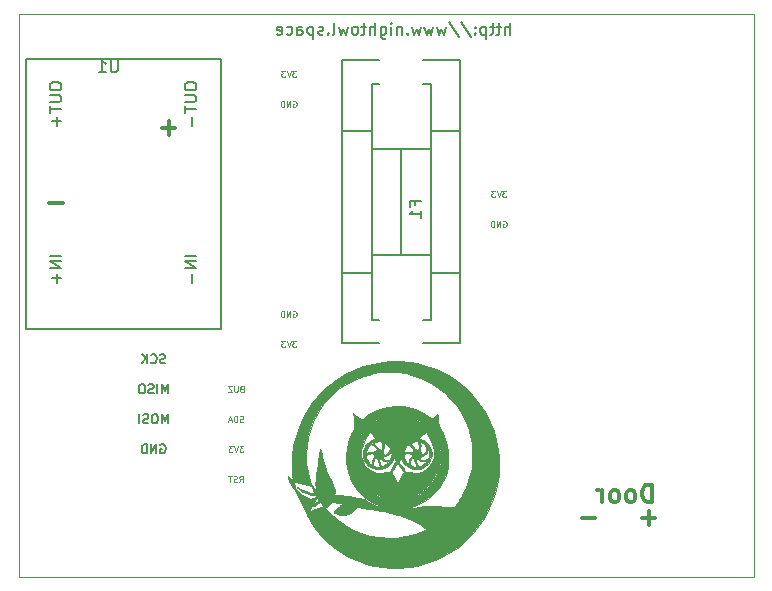
<source format=gbr>
%TF.GenerationSoftware,KiCad,Pcbnew,4.0.2+dfsg1-stable*%
%TF.CreationDate,2018-08-31T16:42:45+08:00*%
%TF.ProjectId,rfid board v2,7266696420626F6172642076322E6B69,rev?*%
%TF.FileFunction,Legend,Bot*%
%FSLAX46Y46*%
G04 Gerber Fmt 4.6, Leading zero omitted, Abs format (unit mm)*
G04 Created by KiCad (PCBNEW 4.0.2+dfsg1-stable) date Friday, 31 August, 2018 04:42:45 PM +08*
%MOMM*%
G01*
G04 APERTURE LIST*
%ADD10C,0.100000*%
%ADD11C,0.200000*%
%ADD12C,0.101600*%
%ADD13C,0.127000*%
%ADD14C,0.300000*%
%ADD15C,0.025400*%
%ADD16C,0.150000*%
%ADD17C,0.010000*%
G04 APERTURE END LIST*
D10*
D11*
X64467143Y-16962381D02*
X64467143Y-15962381D01*
X64038571Y-16962381D02*
X64038571Y-16438571D01*
X64086190Y-16343333D01*
X64181428Y-16295714D01*
X64324286Y-16295714D01*
X64419524Y-16343333D01*
X64467143Y-16390952D01*
X63705238Y-16295714D02*
X63324286Y-16295714D01*
X63562381Y-15962381D02*
X63562381Y-16819524D01*
X63514762Y-16914762D01*
X63419524Y-16962381D01*
X63324286Y-16962381D01*
X63133809Y-16295714D02*
X62752857Y-16295714D01*
X62990952Y-15962381D02*
X62990952Y-16819524D01*
X62943333Y-16914762D01*
X62848095Y-16962381D01*
X62752857Y-16962381D01*
X62419523Y-16295714D02*
X62419523Y-17295714D01*
X62419523Y-16343333D02*
X62324285Y-16295714D01*
X62133808Y-16295714D01*
X62038570Y-16343333D01*
X61990951Y-16390952D01*
X61943332Y-16486190D01*
X61943332Y-16771905D01*
X61990951Y-16867143D01*
X62038570Y-16914762D01*
X62133808Y-16962381D01*
X62324285Y-16962381D01*
X62419523Y-16914762D01*
X61514761Y-16867143D02*
X61467142Y-16914762D01*
X61514761Y-16962381D01*
X61562380Y-16914762D01*
X61514761Y-16867143D01*
X61514761Y-16962381D01*
X61514761Y-16343333D02*
X61467142Y-16390952D01*
X61514761Y-16438571D01*
X61562380Y-16390952D01*
X61514761Y-16343333D01*
X61514761Y-16438571D01*
X60324285Y-15914762D02*
X61181428Y-17200476D01*
X59276666Y-15914762D02*
X60133809Y-17200476D01*
X59038571Y-16295714D02*
X58848095Y-16962381D01*
X58657618Y-16486190D01*
X58467142Y-16962381D01*
X58276666Y-16295714D01*
X57990952Y-16295714D02*
X57800476Y-16962381D01*
X57609999Y-16486190D01*
X57419523Y-16962381D01*
X57229047Y-16295714D01*
X56943333Y-16295714D02*
X56752857Y-16962381D01*
X56562380Y-16486190D01*
X56371904Y-16962381D01*
X56181428Y-16295714D01*
X55800476Y-16867143D02*
X55752857Y-16914762D01*
X55800476Y-16962381D01*
X55848095Y-16914762D01*
X55800476Y-16867143D01*
X55800476Y-16962381D01*
X55324286Y-16295714D02*
X55324286Y-16962381D01*
X55324286Y-16390952D02*
X55276667Y-16343333D01*
X55181429Y-16295714D01*
X55038571Y-16295714D01*
X54943333Y-16343333D01*
X54895714Y-16438571D01*
X54895714Y-16962381D01*
X54419524Y-16962381D02*
X54419524Y-16295714D01*
X54419524Y-15962381D02*
X54467143Y-16010000D01*
X54419524Y-16057619D01*
X54371905Y-16010000D01*
X54419524Y-15962381D01*
X54419524Y-16057619D01*
X53514762Y-16295714D02*
X53514762Y-17105238D01*
X53562381Y-17200476D01*
X53610000Y-17248095D01*
X53705239Y-17295714D01*
X53848096Y-17295714D01*
X53943334Y-17248095D01*
X53514762Y-16914762D02*
X53610000Y-16962381D01*
X53800477Y-16962381D01*
X53895715Y-16914762D01*
X53943334Y-16867143D01*
X53990953Y-16771905D01*
X53990953Y-16486190D01*
X53943334Y-16390952D01*
X53895715Y-16343333D01*
X53800477Y-16295714D01*
X53610000Y-16295714D01*
X53514762Y-16343333D01*
X53038572Y-16962381D02*
X53038572Y-15962381D01*
X52610000Y-16962381D02*
X52610000Y-16438571D01*
X52657619Y-16343333D01*
X52752857Y-16295714D01*
X52895715Y-16295714D01*
X52990953Y-16343333D01*
X53038572Y-16390952D01*
X52276667Y-16295714D02*
X51895715Y-16295714D01*
X52133810Y-15962381D02*
X52133810Y-16819524D01*
X52086191Y-16914762D01*
X51990953Y-16962381D01*
X51895715Y-16962381D01*
X51419524Y-16962381D02*
X51514762Y-16914762D01*
X51562381Y-16867143D01*
X51610000Y-16771905D01*
X51610000Y-16486190D01*
X51562381Y-16390952D01*
X51514762Y-16343333D01*
X51419524Y-16295714D01*
X51276666Y-16295714D01*
X51181428Y-16343333D01*
X51133809Y-16390952D01*
X51086190Y-16486190D01*
X51086190Y-16771905D01*
X51133809Y-16867143D01*
X51181428Y-16914762D01*
X51276666Y-16962381D01*
X51419524Y-16962381D01*
X50752857Y-16295714D02*
X50562381Y-16962381D01*
X50371904Y-16486190D01*
X50181428Y-16962381D01*
X49990952Y-16295714D01*
X49467143Y-16962381D02*
X49562381Y-16914762D01*
X49610000Y-16819524D01*
X49610000Y-15962381D01*
X49086190Y-16867143D02*
X49038571Y-16914762D01*
X49086190Y-16962381D01*
X49133809Y-16914762D01*
X49086190Y-16867143D01*
X49086190Y-16962381D01*
X48657619Y-16914762D02*
X48562381Y-16962381D01*
X48371905Y-16962381D01*
X48276666Y-16914762D01*
X48229047Y-16819524D01*
X48229047Y-16771905D01*
X48276666Y-16676667D01*
X48371905Y-16629048D01*
X48514762Y-16629048D01*
X48610000Y-16581429D01*
X48657619Y-16486190D01*
X48657619Y-16438571D01*
X48610000Y-16343333D01*
X48514762Y-16295714D01*
X48371905Y-16295714D01*
X48276666Y-16343333D01*
X47800476Y-16295714D02*
X47800476Y-17295714D01*
X47800476Y-16343333D02*
X47705238Y-16295714D01*
X47514761Y-16295714D01*
X47419523Y-16343333D01*
X47371904Y-16390952D01*
X47324285Y-16486190D01*
X47324285Y-16771905D01*
X47371904Y-16867143D01*
X47419523Y-16914762D01*
X47514761Y-16962381D01*
X47705238Y-16962381D01*
X47800476Y-16914762D01*
X46467142Y-16962381D02*
X46467142Y-16438571D01*
X46514761Y-16343333D01*
X46609999Y-16295714D01*
X46800476Y-16295714D01*
X46895714Y-16343333D01*
X46467142Y-16914762D02*
X46562380Y-16962381D01*
X46800476Y-16962381D01*
X46895714Y-16914762D01*
X46943333Y-16819524D01*
X46943333Y-16724286D01*
X46895714Y-16629048D01*
X46800476Y-16581429D01*
X46562380Y-16581429D01*
X46467142Y-16533810D01*
X45562380Y-16914762D02*
X45657618Y-16962381D01*
X45848095Y-16962381D01*
X45943333Y-16914762D01*
X45990952Y-16867143D01*
X46038571Y-16771905D01*
X46038571Y-16486190D01*
X45990952Y-16390952D01*
X45943333Y-16343333D01*
X45848095Y-16295714D01*
X45657618Y-16295714D01*
X45562380Y-16343333D01*
X44752856Y-16914762D02*
X44848094Y-16962381D01*
X45038571Y-16962381D01*
X45133809Y-16914762D01*
X45181428Y-16819524D01*
X45181428Y-16438571D01*
X45133809Y-16343333D01*
X45038571Y-16295714D01*
X44848094Y-16295714D01*
X44752856Y-16343333D01*
X44705237Y-16438571D01*
X44705237Y-16533810D01*
X45181428Y-16629048D01*
D12*
X64128953Y-30201810D02*
X63814476Y-30201810D01*
X63983810Y-30395333D01*
X63911238Y-30395333D01*
X63862857Y-30419524D01*
X63838667Y-30443714D01*
X63814476Y-30492095D01*
X63814476Y-30613048D01*
X63838667Y-30661429D01*
X63862857Y-30685619D01*
X63911238Y-30709810D01*
X64056381Y-30709810D01*
X64104762Y-30685619D01*
X64128953Y-30661429D01*
X63669333Y-30201810D02*
X63500000Y-30709810D01*
X63330666Y-30201810D01*
X63209714Y-30201810D02*
X62895237Y-30201810D01*
X63064571Y-30395333D01*
X62991999Y-30395333D01*
X62943618Y-30419524D01*
X62919428Y-30443714D01*
X62895237Y-30492095D01*
X62895237Y-30613048D01*
X62919428Y-30661429D01*
X62943618Y-30685619D01*
X62991999Y-30709810D01*
X63137142Y-30709810D01*
X63185523Y-30685619D01*
X63209714Y-30661429D01*
X46348953Y-42901810D02*
X46034476Y-42901810D01*
X46203810Y-43095333D01*
X46131238Y-43095333D01*
X46082857Y-43119524D01*
X46058667Y-43143714D01*
X46034476Y-43192095D01*
X46034476Y-43313048D01*
X46058667Y-43361429D01*
X46082857Y-43385619D01*
X46131238Y-43409810D01*
X46276381Y-43409810D01*
X46324762Y-43385619D01*
X46348953Y-43361429D01*
X45889333Y-42901810D02*
X45720000Y-43409810D01*
X45550666Y-42901810D01*
X45429714Y-42901810D02*
X45115237Y-42901810D01*
X45284571Y-43095333D01*
X45211999Y-43095333D01*
X45163618Y-43119524D01*
X45139428Y-43143714D01*
X45115237Y-43192095D01*
X45115237Y-43313048D01*
X45139428Y-43361429D01*
X45163618Y-43385619D01*
X45211999Y-43409810D01*
X45357142Y-43409810D01*
X45405523Y-43385619D01*
X45429714Y-43361429D01*
X63887047Y-32766000D02*
X63935428Y-32741810D01*
X64008000Y-32741810D01*
X64080571Y-32766000D01*
X64128952Y-32814381D01*
X64153143Y-32862762D01*
X64177333Y-32959524D01*
X64177333Y-33032095D01*
X64153143Y-33128857D01*
X64128952Y-33177238D01*
X64080571Y-33225619D01*
X64008000Y-33249810D01*
X63959619Y-33249810D01*
X63887047Y-33225619D01*
X63862857Y-33201429D01*
X63862857Y-33032095D01*
X63959619Y-33032095D01*
X63645143Y-33249810D02*
X63645143Y-32741810D01*
X63354857Y-33249810D01*
X63354857Y-32741810D01*
X63112953Y-33249810D02*
X63112953Y-32741810D01*
X62992000Y-32741810D01*
X62919429Y-32766000D01*
X62871048Y-32814381D01*
X62846857Y-32862762D01*
X62822667Y-32959524D01*
X62822667Y-33032095D01*
X62846857Y-33128857D01*
X62871048Y-33177238D01*
X62919429Y-33225619D01*
X62992000Y-33249810D01*
X63112953Y-33249810D01*
X46107047Y-40386000D02*
X46155428Y-40361810D01*
X46228000Y-40361810D01*
X46300571Y-40386000D01*
X46348952Y-40434381D01*
X46373143Y-40482762D01*
X46397333Y-40579524D01*
X46397333Y-40652095D01*
X46373143Y-40748857D01*
X46348952Y-40797238D01*
X46300571Y-40845619D01*
X46228000Y-40869810D01*
X46179619Y-40869810D01*
X46107047Y-40845619D01*
X46082857Y-40821429D01*
X46082857Y-40652095D01*
X46179619Y-40652095D01*
X45865143Y-40869810D02*
X45865143Y-40361810D01*
X45574857Y-40869810D01*
X45574857Y-40361810D01*
X45332953Y-40869810D02*
X45332953Y-40361810D01*
X45212000Y-40361810D01*
X45139429Y-40386000D01*
X45091048Y-40434381D01*
X45066857Y-40482762D01*
X45042667Y-40579524D01*
X45042667Y-40652095D01*
X45066857Y-40748857D01*
X45091048Y-40797238D01*
X45139429Y-40845619D01*
X45212000Y-40869810D01*
X45332953Y-40869810D01*
X46107047Y-22606000D02*
X46155428Y-22581810D01*
X46228000Y-22581810D01*
X46300571Y-22606000D01*
X46348952Y-22654381D01*
X46373143Y-22702762D01*
X46397333Y-22799524D01*
X46397333Y-22872095D01*
X46373143Y-22968857D01*
X46348952Y-23017238D01*
X46300571Y-23065619D01*
X46228000Y-23089810D01*
X46179619Y-23089810D01*
X46107047Y-23065619D01*
X46082857Y-23041429D01*
X46082857Y-22872095D01*
X46179619Y-22872095D01*
X45865143Y-23089810D02*
X45865143Y-22581810D01*
X45574857Y-23089810D01*
X45574857Y-22581810D01*
X45332953Y-23089810D02*
X45332953Y-22581810D01*
X45212000Y-22581810D01*
X45139429Y-22606000D01*
X45091048Y-22654381D01*
X45066857Y-22702762D01*
X45042667Y-22799524D01*
X45042667Y-22872095D01*
X45066857Y-22968857D01*
X45091048Y-23017238D01*
X45139429Y-23065619D01*
X45212000Y-23089810D01*
X45332953Y-23089810D01*
X46348953Y-20041810D02*
X46034476Y-20041810D01*
X46203810Y-20235333D01*
X46131238Y-20235333D01*
X46082857Y-20259524D01*
X46058667Y-20283714D01*
X46034476Y-20332095D01*
X46034476Y-20453048D01*
X46058667Y-20501429D01*
X46082857Y-20525619D01*
X46131238Y-20549810D01*
X46276381Y-20549810D01*
X46324762Y-20525619D01*
X46348953Y-20501429D01*
X45889333Y-20041810D02*
X45720000Y-20549810D01*
X45550666Y-20041810D01*
X45429714Y-20041810D02*
X45115237Y-20041810D01*
X45284571Y-20235333D01*
X45211999Y-20235333D01*
X45163618Y-20259524D01*
X45139428Y-20283714D01*
X45115237Y-20332095D01*
X45115237Y-20453048D01*
X45139428Y-20501429D01*
X45163618Y-20525619D01*
X45211999Y-20549810D01*
X45357142Y-20549810D01*
X45405523Y-20525619D01*
X45429714Y-20501429D01*
X41891857Y-49735619D02*
X41819286Y-49759810D01*
X41698333Y-49759810D01*
X41649952Y-49735619D01*
X41625762Y-49711429D01*
X41601571Y-49663048D01*
X41601571Y-49614667D01*
X41625762Y-49566286D01*
X41649952Y-49542095D01*
X41698333Y-49517905D01*
X41795095Y-49493714D01*
X41843476Y-49469524D01*
X41867667Y-49445333D01*
X41891857Y-49396952D01*
X41891857Y-49348571D01*
X41867667Y-49300190D01*
X41843476Y-49276000D01*
X41795095Y-49251810D01*
X41674143Y-49251810D01*
X41601571Y-49276000D01*
X41383857Y-49759810D02*
X41383857Y-49251810D01*
X41262904Y-49251810D01*
X41190333Y-49276000D01*
X41141952Y-49324381D01*
X41117761Y-49372762D01*
X41093571Y-49469524D01*
X41093571Y-49542095D01*
X41117761Y-49638857D01*
X41141952Y-49687238D01*
X41190333Y-49735619D01*
X41262904Y-49759810D01*
X41383857Y-49759810D01*
X40900047Y-49614667D02*
X40658142Y-49614667D01*
X40948428Y-49759810D02*
X40779095Y-49251810D01*
X40609761Y-49759810D01*
X41903953Y-51791810D02*
X41589476Y-51791810D01*
X41758810Y-51985333D01*
X41686238Y-51985333D01*
X41637857Y-52009524D01*
X41613667Y-52033714D01*
X41589476Y-52082095D01*
X41589476Y-52203048D01*
X41613667Y-52251429D01*
X41637857Y-52275619D01*
X41686238Y-52299810D01*
X41831381Y-52299810D01*
X41879762Y-52275619D01*
X41903953Y-52251429D01*
X41444333Y-51791810D02*
X41275000Y-52299810D01*
X41105666Y-51791810D01*
X40984714Y-51791810D02*
X40670237Y-51791810D01*
X40839571Y-51985333D01*
X40766999Y-51985333D01*
X40718618Y-52009524D01*
X40694428Y-52033714D01*
X40670237Y-52082095D01*
X40670237Y-52203048D01*
X40694428Y-52251429D01*
X40718618Y-52275619D01*
X40766999Y-52299810D01*
X40912142Y-52299810D01*
X40960523Y-52275619D01*
X40984714Y-52251429D01*
X41553191Y-54839810D02*
X41722524Y-54597905D01*
X41843477Y-54839810D02*
X41843477Y-54331810D01*
X41649953Y-54331810D01*
X41601572Y-54356000D01*
X41577381Y-54380190D01*
X41553191Y-54428571D01*
X41553191Y-54501143D01*
X41577381Y-54549524D01*
X41601572Y-54573714D01*
X41649953Y-54597905D01*
X41843477Y-54597905D01*
X41359667Y-54815619D02*
X41287096Y-54839810D01*
X41166143Y-54839810D01*
X41117762Y-54815619D01*
X41093572Y-54791429D01*
X41069381Y-54743048D01*
X41069381Y-54694667D01*
X41093572Y-54646286D01*
X41117762Y-54622095D01*
X41166143Y-54597905D01*
X41262905Y-54573714D01*
X41311286Y-54549524D01*
X41335477Y-54525333D01*
X41359667Y-54476952D01*
X41359667Y-54428571D01*
X41335477Y-54380190D01*
X41311286Y-54356000D01*
X41262905Y-54331810D01*
X41141953Y-54331810D01*
X41069381Y-54356000D01*
X40924238Y-54331810D02*
X40633952Y-54331810D01*
X40779095Y-54839810D02*
X40779095Y-54331810D01*
X41746714Y-46953714D02*
X41674143Y-46977905D01*
X41649952Y-47002095D01*
X41625762Y-47050476D01*
X41625762Y-47123048D01*
X41649952Y-47171429D01*
X41674143Y-47195619D01*
X41722524Y-47219810D01*
X41916048Y-47219810D01*
X41916048Y-46711810D01*
X41746714Y-46711810D01*
X41698333Y-46736000D01*
X41674143Y-46760190D01*
X41649952Y-46808571D01*
X41649952Y-46856952D01*
X41674143Y-46905333D01*
X41698333Y-46929524D01*
X41746714Y-46953714D01*
X41916048Y-46953714D01*
X41408048Y-46711810D02*
X41408048Y-47123048D01*
X41383857Y-47171429D01*
X41359667Y-47195619D01*
X41311286Y-47219810D01*
X41214524Y-47219810D01*
X41166143Y-47195619D01*
X41141952Y-47171429D01*
X41117762Y-47123048D01*
X41117762Y-46711810D01*
X40924239Y-46711810D02*
X40585572Y-46711810D01*
X40924239Y-47219810D01*
X40585572Y-47219810D01*
D13*
X34870572Y-51689000D02*
X34943143Y-51652714D01*
X35052000Y-51652714D01*
X35160857Y-51689000D01*
X35233429Y-51761571D01*
X35269714Y-51834143D01*
X35306000Y-51979286D01*
X35306000Y-52088143D01*
X35269714Y-52233286D01*
X35233429Y-52305857D01*
X35160857Y-52378429D01*
X35052000Y-52414714D01*
X34979429Y-52414714D01*
X34870572Y-52378429D01*
X34834286Y-52342143D01*
X34834286Y-52088143D01*
X34979429Y-52088143D01*
X34507714Y-52414714D02*
X34507714Y-51652714D01*
X34072286Y-52414714D01*
X34072286Y-51652714D01*
X33709428Y-52414714D02*
X33709428Y-51652714D01*
X33528000Y-51652714D01*
X33419143Y-51689000D01*
X33346571Y-51761571D01*
X33310286Y-51834143D01*
X33274000Y-51979286D01*
X33274000Y-52088143D01*
X33310286Y-52233286D01*
X33346571Y-52305857D01*
X33419143Y-52378429D01*
X33528000Y-52414714D01*
X33709428Y-52414714D01*
X35487428Y-49874714D02*
X35487428Y-49112714D01*
X35233428Y-49657000D01*
X34979428Y-49112714D01*
X34979428Y-49874714D01*
X34471429Y-49112714D02*
X34326286Y-49112714D01*
X34253714Y-49149000D01*
X34181143Y-49221571D01*
X34144857Y-49366714D01*
X34144857Y-49620714D01*
X34181143Y-49765857D01*
X34253714Y-49838429D01*
X34326286Y-49874714D01*
X34471429Y-49874714D01*
X34544000Y-49838429D01*
X34616571Y-49765857D01*
X34652857Y-49620714D01*
X34652857Y-49366714D01*
X34616571Y-49221571D01*
X34544000Y-49149000D01*
X34471429Y-49112714D01*
X33854571Y-49838429D02*
X33745714Y-49874714D01*
X33564285Y-49874714D01*
X33491714Y-49838429D01*
X33455428Y-49802143D01*
X33419143Y-49729571D01*
X33419143Y-49657000D01*
X33455428Y-49584429D01*
X33491714Y-49548143D01*
X33564285Y-49511857D01*
X33709428Y-49475571D01*
X33782000Y-49439286D01*
X33818285Y-49403000D01*
X33854571Y-49330429D01*
X33854571Y-49257857D01*
X33818285Y-49185286D01*
X33782000Y-49149000D01*
X33709428Y-49112714D01*
X33528000Y-49112714D01*
X33419143Y-49149000D01*
X33092571Y-49874714D02*
X33092571Y-49112714D01*
X35487428Y-47334714D02*
X35487428Y-46572714D01*
X35233428Y-47117000D01*
X34979428Y-46572714D01*
X34979428Y-47334714D01*
X34616571Y-47334714D02*
X34616571Y-46572714D01*
X34290000Y-47298429D02*
X34181143Y-47334714D01*
X33999714Y-47334714D01*
X33927143Y-47298429D01*
X33890857Y-47262143D01*
X33854572Y-47189571D01*
X33854572Y-47117000D01*
X33890857Y-47044429D01*
X33927143Y-47008143D01*
X33999714Y-46971857D01*
X34144857Y-46935571D01*
X34217429Y-46899286D01*
X34253714Y-46863000D01*
X34290000Y-46790429D01*
X34290000Y-46717857D01*
X34253714Y-46645286D01*
X34217429Y-46609000D01*
X34144857Y-46572714D01*
X33963429Y-46572714D01*
X33854572Y-46609000D01*
X33382858Y-46572714D02*
X33237715Y-46572714D01*
X33165143Y-46609000D01*
X33092572Y-46681571D01*
X33056286Y-46826714D01*
X33056286Y-47080714D01*
X33092572Y-47225857D01*
X33165143Y-47298429D01*
X33237715Y-47334714D01*
X33382858Y-47334714D01*
X33455429Y-47298429D01*
X33528000Y-47225857D01*
X33564286Y-47080714D01*
X33564286Y-46826714D01*
X33528000Y-46681571D01*
X33455429Y-46609000D01*
X33382858Y-46572714D01*
X35269714Y-44758429D02*
X35160857Y-44794714D01*
X34979428Y-44794714D01*
X34906857Y-44758429D01*
X34870571Y-44722143D01*
X34834286Y-44649571D01*
X34834286Y-44577000D01*
X34870571Y-44504429D01*
X34906857Y-44468143D01*
X34979428Y-44431857D01*
X35124571Y-44395571D01*
X35197143Y-44359286D01*
X35233428Y-44323000D01*
X35269714Y-44250429D01*
X35269714Y-44177857D01*
X35233428Y-44105286D01*
X35197143Y-44069000D01*
X35124571Y-44032714D01*
X34943143Y-44032714D01*
X34834286Y-44069000D01*
X34072286Y-44722143D02*
X34108572Y-44758429D01*
X34217429Y-44794714D01*
X34290000Y-44794714D01*
X34398857Y-44758429D01*
X34471429Y-44685857D01*
X34507714Y-44613286D01*
X34544000Y-44468143D01*
X34544000Y-44359286D01*
X34507714Y-44214143D01*
X34471429Y-44141571D01*
X34398857Y-44069000D01*
X34290000Y-44032714D01*
X34217429Y-44032714D01*
X34108572Y-44069000D01*
X34072286Y-44105286D01*
X33745714Y-44794714D02*
X33745714Y-44032714D01*
X33310286Y-44794714D02*
X33636857Y-44359286D01*
X33310286Y-44032714D02*
X33745714Y-44468143D01*
D14*
X26606428Y-31222143D02*
X25463571Y-31222143D01*
X36131428Y-24872143D02*
X34988571Y-24872143D01*
X35560000Y-25443571D02*
X35560000Y-24300714D01*
X76509285Y-56558571D02*
X76509285Y-55058571D01*
X76152142Y-55058571D01*
X75937857Y-55130000D01*
X75794999Y-55272857D01*
X75723571Y-55415714D01*
X75652142Y-55701429D01*
X75652142Y-55915714D01*
X75723571Y-56201429D01*
X75794999Y-56344286D01*
X75937857Y-56487143D01*
X76152142Y-56558571D01*
X76509285Y-56558571D01*
X74794999Y-56558571D02*
X74937857Y-56487143D01*
X75009285Y-56415714D01*
X75080714Y-56272857D01*
X75080714Y-55844286D01*
X75009285Y-55701429D01*
X74937857Y-55630000D01*
X74794999Y-55558571D01*
X74580714Y-55558571D01*
X74437857Y-55630000D01*
X74366428Y-55701429D01*
X74294999Y-55844286D01*
X74294999Y-56272857D01*
X74366428Y-56415714D01*
X74437857Y-56487143D01*
X74580714Y-56558571D01*
X74794999Y-56558571D01*
X73437856Y-56558571D02*
X73580714Y-56487143D01*
X73652142Y-56415714D01*
X73723571Y-56272857D01*
X73723571Y-55844286D01*
X73652142Y-55701429D01*
X73580714Y-55630000D01*
X73437856Y-55558571D01*
X73223571Y-55558571D01*
X73080714Y-55630000D01*
X73009285Y-55701429D01*
X72937856Y-55844286D01*
X72937856Y-56272857D01*
X73009285Y-56415714D01*
X73080714Y-56487143D01*
X73223571Y-56558571D01*
X73437856Y-56558571D01*
X72294999Y-56558571D02*
X72294999Y-55558571D01*
X72294999Y-55844286D02*
X72223571Y-55701429D01*
X72152142Y-55630000D01*
X72009285Y-55558571D01*
X71866428Y-55558571D01*
X76771428Y-57892143D02*
X75628571Y-57892143D01*
X76200000Y-58463571D02*
X76200000Y-57320714D01*
X71691428Y-57892143D02*
X70548571Y-57892143D01*
D15*
X22860000Y-62865000D02*
X22860000Y-15240000D01*
X85090000Y-62865000D02*
X85090000Y-15240000D01*
X22860000Y-15240000D02*
X85090000Y-15240000D01*
X85090000Y-62865000D02*
X22860000Y-62865000D01*
D16*
X57744360Y-37114480D02*
X60246260Y-37114480D01*
X50243740Y-37114480D02*
X52745640Y-37114480D01*
X50243740Y-25115520D02*
X52745640Y-25115520D01*
X60246260Y-25115520D02*
X57744360Y-25115520D01*
X55245000Y-35615880D02*
X55245000Y-26614120D01*
X57744360Y-35615880D02*
X52745640Y-35615880D01*
X57744360Y-26614120D02*
X52745640Y-26614120D01*
X57144920Y-21115020D02*
X57744360Y-21115020D01*
X53345080Y-41114980D02*
X52745640Y-41114980D01*
X52745640Y-41114980D02*
X52745640Y-21115020D01*
X52745640Y-21115020D02*
X53345080Y-21115020D01*
X57744360Y-21115020D02*
X57744360Y-41114980D01*
X57744360Y-41114980D02*
X57144920Y-41114980D01*
X57144920Y-19116040D02*
X60246260Y-19116040D01*
X53345080Y-43113960D02*
X50243740Y-43113960D01*
X50243740Y-43113960D02*
X50243740Y-19116040D01*
X50243740Y-19116040D02*
X53345080Y-19116040D01*
X60246260Y-19116040D02*
X60246260Y-43113960D01*
X60246260Y-43113960D02*
X57144920Y-43113960D01*
X23495000Y-41910000D02*
X40005000Y-41910000D01*
X40005000Y-41910000D02*
X40005000Y-19050000D01*
X40005000Y-19050000D02*
X23495000Y-19050000D01*
X23495000Y-19050000D02*
X23495000Y-41910000D01*
D17*
G36*
X54243154Y-44627829D02*
X53922181Y-44644477D01*
X53719890Y-44663840D01*
X52875407Y-44810521D01*
X52049863Y-45037214D01*
X51250645Y-45340825D01*
X50485137Y-45718260D01*
X49760725Y-46166426D01*
X49276000Y-46525378D01*
X49066151Y-46703185D01*
X48825919Y-46924109D01*
X48572664Y-47170606D01*
X48323748Y-47425133D01*
X48096531Y-47670144D01*
X47908375Y-47888095D01*
X47831792Y-47984834D01*
X47335405Y-48701326D01*
X46919844Y-49436796D01*
X46582106Y-50198346D01*
X46319187Y-50993075D01*
X46128085Y-51828087D01*
X46077258Y-52133500D01*
X46049137Y-52376133D01*
X46027931Y-52673080D01*
X46013902Y-53003341D01*
X46007317Y-53345914D01*
X46008439Y-53679800D01*
X46017534Y-53983998D01*
X46034866Y-54237508D01*
X46049246Y-54356000D01*
X46069241Y-54497466D01*
X46080797Y-54600602D01*
X46081503Y-54642263D01*
X46047506Y-54622570D01*
X45968588Y-54560220D01*
X45874710Y-54479915D01*
X45767136Y-54388557D01*
X45707380Y-54349921D01*
X45682079Y-54358201D01*
X45677667Y-54394282D01*
X45703733Y-54539790D01*
X45775764Y-54729302D01*
X45884512Y-54942638D01*
X46020727Y-55159615D01*
X46042816Y-55191031D01*
X46136777Y-55337889D01*
X46250417Y-55538822D01*
X46370816Y-55769764D01*
X46485055Y-56006652D01*
X46509386Y-56060080D01*
X46908943Y-56901962D01*
X47316033Y-57667735D01*
X47729540Y-58355648D01*
X48148350Y-58963950D01*
X48571348Y-59490891D01*
X48943148Y-59882994D01*
X49318789Y-60211764D01*
X49761667Y-60540566D01*
X50255105Y-60858193D01*
X50782422Y-61153438D01*
X50990500Y-61258551D01*
X51658134Y-61555047D01*
X52317374Y-61782700D01*
X52995258Y-61949560D01*
X53677556Y-62058658D01*
X53865161Y-62074837D01*
X54116278Y-62086519D01*
X54410726Y-62093718D01*
X54728319Y-62096451D01*
X55048873Y-62094731D01*
X55352206Y-62088575D01*
X55618133Y-62077998D01*
X55826470Y-62063015D01*
X55880000Y-62056997D01*
X56619078Y-61926516D01*
X57366654Y-61726604D01*
X58101721Y-61464705D01*
X58803271Y-61148263D01*
X59424161Y-60801050D01*
X60122260Y-60317955D01*
X60766242Y-59772413D01*
X61352594Y-59169823D01*
X61617098Y-58840338D01*
X57361667Y-58840338D01*
X57324279Y-58869192D01*
X57222464Y-58919668D01*
X57071747Y-58985528D01*
X56887653Y-59060533D01*
X56685707Y-59138443D01*
X56481433Y-59213020D01*
X56290355Y-59278026D01*
X56207982Y-59303967D01*
X55588001Y-59454704D01*
X54926595Y-59545069D01*
X54243136Y-59573610D01*
X53556996Y-59538881D01*
X53361167Y-59516880D01*
X52612789Y-59379868D01*
X51888164Y-59162606D01*
X51191725Y-58867274D01*
X50527907Y-58496057D01*
X49901142Y-58051136D01*
X49315864Y-57534693D01*
X49297460Y-57516607D01*
X48789167Y-57015380D01*
X48921827Y-56951703D01*
X48651729Y-56951703D01*
X48651605Y-56951777D01*
X48597868Y-56968799D01*
X48483163Y-56997706D01*
X48329397Y-57033065D01*
X48281167Y-57043633D01*
X47980310Y-57118578D01*
X47755701Y-57196131D01*
X47610761Y-57275000D01*
X47571840Y-57311298D01*
X47528401Y-57350928D01*
X47507781Y-57315223D01*
X47504191Y-57298070D01*
X47516075Y-57228556D01*
X47560344Y-57105408D01*
X47628993Y-56949403D01*
X47673525Y-56858533D01*
X47772264Y-56677369D01*
X47877419Y-56505565D01*
X47971354Y-56371289D01*
X48001284Y-56335013D01*
X48086787Y-56242209D01*
X48136915Y-56205677D01*
X48172296Y-56218185D01*
X48206867Y-56262955D01*
X48234044Y-56311831D01*
X48231181Y-56358253D01*
X48188755Y-56419045D01*
X48097244Y-56511036D01*
X48031666Y-56572536D01*
X47894103Y-56710946D01*
X47812965Y-56813537D01*
X47787898Y-56874520D01*
X47818548Y-56888108D01*
X47904561Y-56848513D01*
X48042661Y-56752199D01*
X48169261Y-56657472D01*
X48272323Y-56585261D01*
X48331537Y-56549726D01*
X48334584Y-56548641D01*
X48379579Y-56571369D01*
X48450199Y-56640462D01*
X48529583Y-56734481D01*
X48600872Y-56831986D01*
X48647207Y-56911540D01*
X48651729Y-56951703D01*
X48921827Y-56951703D01*
X48979667Y-56923940D01*
X49148241Y-56811741D01*
X49233667Y-56697707D01*
X49285457Y-56610470D01*
X49351999Y-56558912D01*
X49450161Y-56539621D01*
X49596812Y-56549181D01*
X49801401Y-56582801D01*
X50017693Y-56623411D01*
X50160706Y-56653353D01*
X50240443Y-56677222D01*
X50266905Y-56699610D01*
X50250094Y-56725112D01*
X50200011Y-56758321D01*
X50192915Y-56762633D01*
X50114130Y-56818808D01*
X50080355Y-56859497D01*
X50080333Y-56860075D01*
X50048369Y-56896384D01*
X49962970Y-56968529D01*
X49839878Y-57063530D01*
X49781012Y-57106915D01*
X49624413Y-57227091D01*
X49541280Y-57314921D01*
X49533646Y-57381740D01*
X49603541Y-57438878D01*
X49752998Y-57497669D01*
X49857031Y-57530866D01*
X50177019Y-57599037D01*
X50485684Y-57607236D01*
X50770627Y-57558906D01*
X51019447Y-57457492D01*
X51219744Y-57306439D01*
X51356659Y-57114282D01*
X51417602Y-57002920D01*
X51470311Y-56953232D01*
X51536360Y-56947645D01*
X51557114Y-56951011D01*
X51602169Y-56959224D01*
X51676590Y-56972507D01*
X51786817Y-56991989D01*
X51939288Y-57018797D01*
X52140442Y-57054061D01*
X52396720Y-57098907D01*
X52714558Y-57154466D01*
X53100398Y-57221864D01*
X53560676Y-57302231D01*
X53763333Y-57337608D01*
X54039145Y-57390746D01*
X54359582Y-57460342D01*
X54688308Y-57538081D01*
X54988987Y-57615648D01*
X55041476Y-57630107D01*
X55311463Y-57707978D01*
X55531995Y-57779372D01*
X55728879Y-57854840D01*
X55927918Y-57944932D01*
X56154919Y-58060200D01*
X56353810Y-58166683D01*
X56658764Y-58336663D01*
X56917187Y-58490265D01*
X57122573Y-58623139D01*
X57268414Y-58730937D01*
X57348204Y-58809308D01*
X57361667Y-58840338D01*
X61617098Y-58840338D01*
X61877805Y-58515585D01*
X62338363Y-57815097D01*
X62730756Y-57073758D01*
X63051472Y-56296967D01*
X63297001Y-55490123D01*
X63463829Y-54658626D01*
X63476550Y-54570737D01*
X63510638Y-54243469D01*
X63532065Y-53858708D01*
X63540833Y-53442676D01*
X63536941Y-53021594D01*
X63531418Y-52888140D01*
X61293738Y-52888140D01*
X61286188Y-53091906D01*
X61269680Y-53282019D01*
X61242906Y-53482101D01*
X61214526Y-53657500D01*
X61095760Y-54215047D01*
X60930617Y-54778984D01*
X60729886Y-55315302D01*
X60592353Y-55618904D01*
X60500355Y-55795282D01*
X60384899Y-55999330D01*
X60255741Y-56215631D01*
X60122638Y-56428770D01*
X59995346Y-56623330D01*
X59883623Y-56783895D01*
X59797226Y-56895048D01*
X59761520Y-56931678D01*
X59716359Y-56949457D01*
X59626843Y-56959474D01*
X59483510Y-56961823D01*
X59276901Y-56956597D01*
X58997554Y-56943889D01*
X58923066Y-56939974D01*
X58355683Y-56913237D01*
X57869973Y-56898268D01*
X57463759Y-56895082D01*
X57134868Y-56903692D01*
X56881124Y-56924114D01*
X56705500Y-56955027D01*
X56487833Y-57001906D01*
X56229289Y-57044283D01*
X55961515Y-57078098D01*
X55716158Y-57099290D01*
X55542444Y-57104248D01*
X55476800Y-57099644D01*
X55478369Y-57088291D01*
X55551938Y-57068656D01*
X55702295Y-57039204D01*
X55799871Y-57021706D01*
X56088150Y-56965366D01*
X56326177Y-56903037D01*
X56542456Y-56824058D01*
X56765494Y-56717771D01*
X57023798Y-56573516D01*
X57068257Y-56547408D01*
X57585908Y-56197991D01*
X58034776Y-55800274D01*
X58417516Y-55351395D01*
X58736784Y-54848495D01*
X58847505Y-54631167D01*
X59010600Y-54255504D01*
X59126553Y-53901196D01*
X59202381Y-53538812D01*
X59245099Y-53138921D01*
X59256200Y-52916667D01*
X59253462Y-52789667D01*
X58642400Y-52789667D01*
X58625624Y-53207085D01*
X58570905Y-53576204D01*
X58471652Y-53927375D01*
X58321278Y-54290945D01*
X58312339Y-54309910D01*
X58041868Y-54783631D01*
X57703767Y-55212685D01*
X57306429Y-55589671D01*
X56858248Y-55907190D01*
X56367616Y-56157843D01*
X56102777Y-56257871D01*
X55679718Y-56364598D01*
X55219299Y-56419985D01*
X54752826Y-56422221D01*
X54311606Y-56369498D01*
X54280132Y-56363222D01*
X53750561Y-56212720D01*
X53251696Y-55988460D01*
X52791965Y-55696806D01*
X52379793Y-55344123D01*
X52023609Y-54936775D01*
X51731838Y-54481129D01*
X51694959Y-54410603D01*
X51629830Y-54274188D01*
X51607121Y-54209142D01*
X51624246Y-54217287D01*
X51678618Y-54300443D01*
X51728129Y-54387252D01*
X51910207Y-54684141D01*
X52120100Y-54957052D01*
X52378330Y-55231623D01*
X52488345Y-55336999D01*
X52906419Y-55678678D01*
X53358563Y-55956665D01*
X53834289Y-56167138D01*
X54323114Y-56306280D01*
X54814549Y-56370270D01*
X55287333Y-56356529D01*
X55824570Y-56260178D01*
X56318788Y-56095301D01*
X56778638Y-55857707D01*
X57212773Y-55543202D01*
X57493599Y-55287334D01*
X57719924Y-55033065D01*
X53210621Y-55033065D01*
X53209817Y-55033334D01*
X53171850Y-55005420D01*
X53091975Y-54932010D01*
X52987009Y-54828602D01*
X52980167Y-54821667D01*
X52880750Y-54717958D01*
X52813621Y-54642495D01*
X52792046Y-54610268D01*
X52792850Y-54610000D01*
X52830817Y-54637914D01*
X52910692Y-54711324D01*
X53015658Y-54814731D01*
X53022500Y-54821667D01*
X53121917Y-54925376D01*
X53189046Y-55000839D01*
X53210621Y-55033065D01*
X57719924Y-55033065D01*
X57865609Y-54869393D01*
X58156572Y-54429086D01*
X58367830Y-53962758D01*
X58500725Y-53466754D01*
X58556597Y-52937420D01*
X58543381Y-52472660D01*
X58056749Y-52472660D01*
X58007921Y-52813635D01*
X57897312Y-53130155D01*
X57732694Y-53414569D01*
X57521839Y-53659226D01*
X57272517Y-53856473D01*
X56992500Y-53998659D01*
X56689560Y-54078134D01*
X56371468Y-54087245D01*
X56088767Y-54032076D01*
X56040916Y-54020159D01*
X55491122Y-54020159D01*
X55348083Y-54262163D01*
X55252691Y-54423655D01*
X55156073Y-54587380D01*
X55099065Y-54684084D01*
X55031574Y-54788135D01*
X54977503Y-54853105D01*
X54959656Y-54864000D01*
X54924489Y-54830281D01*
X54857089Y-54739584D01*
X54768674Y-54607599D01*
X54709976Y-54514750D01*
X54656723Y-54428415D01*
X52635661Y-54428415D01*
X52587725Y-54385362D01*
X52499449Y-54294351D01*
X52386049Y-54171316D01*
X52342946Y-54123167D01*
X51603037Y-54123167D01*
X51585568Y-54130739D01*
X51562000Y-54102000D01*
X51526178Y-54024826D01*
X51520963Y-53996167D01*
X51538432Y-53988594D01*
X51562000Y-54017334D01*
X51597822Y-54094508D01*
X51603037Y-54123167D01*
X52342946Y-54123167D01*
X52324385Y-54102434D01*
X52212992Y-53974535D01*
X52142852Y-53890334D01*
X51519667Y-53890334D01*
X51504178Y-53925179D01*
X51491445Y-53918556D01*
X51486378Y-53868316D01*
X51491445Y-53862111D01*
X51516612Y-53867922D01*
X51519667Y-53890334D01*
X52142852Y-53890334D01*
X52129502Y-53874308D01*
X52085122Y-53815452D01*
X52081618Y-53805667D01*
X52116465Y-53835252D01*
X52194497Y-53915142D01*
X52303017Y-54032039D01*
X52392895Y-54131648D01*
X52507562Y-54262301D01*
X52591537Y-54362276D01*
X52635410Y-54420068D01*
X52635661Y-54428415D01*
X54656723Y-54428415D01*
X54613899Y-54358989D01*
X54533516Y-54227570D01*
X54480144Y-54139052D01*
X54466237Y-54115074D01*
X54472716Y-54058410D01*
X54511803Y-53944852D01*
X54576647Y-53792416D01*
X54637706Y-53664129D01*
X54730288Y-53482952D01*
X54797271Y-53367577D01*
X54847316Y-53306379D01*
X54889081Y-53287734D01*
X54914599Y-53292440D01*
X54971313Y-53337839D01*
X55061136Y-53436821D01*
X55169749Y-53572833D01*
X55241828Y-53670715D01*
X55491122Y-54020159D01*
X56040916Y-54020159D01*
X55934254Y-53993596D01*
X55790506Y-53971648D01*
X55726781Y-53969529D01*
X55630133Y-53961744D01*
X55571421Y-53908956D01*
X55537572Y-53838918D01*
X55483797Y-53737392D01*
X55395195Y-53598089D01*
X55289883Y-53449306D01*
X55278041Y-53433556D01*
X55182759Y-53303090D01*
X55111602Y-53196927D01*
X55077100Y-53134019D01*
X55075667Y-53127528D01*
X55085337Y-53092980D01*
X54778319Y-53092980D01*
X54676131Y-53227073D01*
X54606747Y-53332560D01*
X54526067Y-53476264D01*
X54445280Y-53635271D01*
X54375577Y-53786668D01*
X54328146Y-53907541D01*
X54313700Y-53969224D01*
X54291356Y-54004256D01*
X54213597Y-54010819D01*
X54133750Y-54002350D01*
X53955197Y-54000821D01*
X53760913Y-54033863D01*
X53742167Y-54039064D01*
X53451513Y-54080392D01*
X53129887Y-54046690D01*
X52922630Y-53989807D01*
X52624826Y-53847316D01*
X52518879Y-53762419D01*
X52065511Y-53762419D01*
X52063592Y-53763334D01*
X52027699Y-53738639D01*
X51473991Y-53738639D01*
X51466208Y-53793546D01*
X51451757Y-53794202D01*
X51441651Y-53737543D01*
X51448415Y-53713063D01*
X51467212Y-53697028D01*
X51473991Y-53738639D01*
X52027699Y-53738639D01*
X52023328Y-53735632D01*
X51952870Y-53667898D01*
X51943000Y-53657500D01*
X51882600Y-53587549D01*
X51862822Y-53552581D01*
X51864742Y-53551667D01*
X51905006Y-53579368D01*
X51975463Y-53647102D01*
X51985333Y-53657500D01*
X52045733Y-53727452D01*
X52065511Y-53762419D01*
X52518879Y-53762419D01*
X52364100Y-53638393D01*
X52234339Y-53481057D01*
X51850065Y-53481057D01*
X51849779Y-53508638D01*
X51842350Y-53509334D01*
X51807013Y-53480404D01*
X51768267Y-53435250D01*
X51731655Y-53385107D01*
X51753577Y-53395619D01*
X51784250Y-53419267D01*
X51850065Y-53481057D01*
X52234339Y-53481057D01*
X52147504Y-53375770D01*
X52103448Y-53294911D01*
X51678621Y-53294911D01*
X51672830Y-53297667D01*
X51634198Y-53267865D01*
X51625500Y-53255334D01*
X51614713Y-53215756D01*
X51620503Y-53213000D01*
X51659136Y-53242802D01*
X51667833Y-53255334D01*
X51678621Y-53294911D01*
X52103448Y-53294911D01*
X51982090Y-53072181D01*
X51874911Y-52740356D01*
X51833018Y-52393028D01*
X51858565Y-52068726D01*
X51905962Y-51891830D01*
X51987324Y-51671776D01*
X52091709Y-51431681D01*
X52208172Y-51194665D01*
X52276198Y-51072714D01*
X51761883Y-51072714D01*
X51745023Y-51138500D01*
X51703069Y-51257849D01*
X51663576Y-51359630D01*
X51586157Y-51573847D01*
X51514048Y-51808535D01*
X51460545Y-52019653D01*
X51452674Y-52058130D01*
X51420587Y-52283258D01*
X51398121Y-52558519D01*
X51386249Y-52853703D01*
X51385940Y-53138599D01*
X51398168Y-53382996D01*
X51407370Y-53467000D01*
X51420693Y-53574546D01*
X51419209Y-53604675D01*
X51401169Y-53563625D01*
X51389553Y-53530500D01*
X51368253Y-53433482D01*
X51347071Y-53277667D01*
X51329179Y-53088870D01*
X51321883Y-52980167D01*
X51316051Y-52649067D01*
X51341652Y-52346433D01*
X51369603Y-52176876D01*
X51420228Y-51952217D01*
X51487836Y-51712814D01*
X51564939Y-51480400D01*
X51644051Y-51276712D01*
X51717683Y-51123484D01*
X51749944Y-51072800D01*
X51761883Y-51072714D01*
X52276198Y-51072714D01*
X52325771Y-50983847D01*
X52433562Y-50822346D01*
X52468644Y-50779856D01*
X52599167Y-50634941D01*
X52836410Y-50890502D01*
X52953180Y-51021328D01*
X53014437Y-51104851D01*
X53026549Y-51151551D01*
X53005743Y-51169238D01*
X52671698Y-51316317D01*
X52408007Y-51506818D01*
X52210443Y-51744090D01*
X52153274Y-51844373D01*
X52101924Y-51957406D01*
X52070481Y-52068218D01*
X52054371Y-52203363D01*
X52049025Y-52389393D01*
X52048833Y-52451000D01*
X52062471Y-52730748D01*
X52109248Y-52953920D01*
X52197962Y-53145032D01*
X52337412Y-53328600D01*
X52380612Y-53375530D01*
X52615693Y-53565051D01*
X52891836Y-53691616D01*
X53192273Y-53754108D01*
X53500232Y-53751406D01*
X53798942Y-53682391D01*
X54071632Y-53545946D01*
X54143974Y-53493191D01*
X54300116Y-53344742D01*
X54440543Y-53166991D01*
X54482056Y-53096180D01*
X54203723Y-53096180D01*
X54200198Y-53121034D01*
X54141433Y-53189958D01*
X54106591Y-53226912D01*
X53976483Y-53343346D01*
X53834952Y-53439159D01*
X53708535Y-53497854D01*
X53653839Y-53508370D01*
X53611573Y-53474019D01*
X53549164Y-53384010D01*
X53495089Y-53286476D01*
X53433231Y-53149343D01*
X53392275Y-53030047D01*
X53382333Y-52973505D01*
X53409616Y-52883431D01*
X53480517Y-52855341D01*
X53578615Y-52891519D01*
X53636616Y-52938104D01*
X53775148Y-53034266D01*
X53939673Y-53096827D01*
X54095803Y-53114767D01*
X54156371Y-53104689D01*
X54203723Y-53096180D01*
X54482056Y-53096180D01*
X54545872Y-52987328D01*
X54591987Y-52859975D01*
X54618979Y-52737082D01*
X54778319Y-53092980D01*
X55085337Y-53092980D01*
X55092570Y-53067142D01*
X55134437Y-52966221D01*
X55146834Y-52939634D01*
X55218001Y-52790396D01*
X55339048Y-53042602D01*
X55508300Y-53305197D01*
X55728384Y-53510324D01*
X55986480Y-53656345D01*
X56269767Y-53741620D01*
X56565426Y-53764510D01*
X56860635Y-53723374D01*
X57142574Y-53616575D01*
X57398424Y-53442472D01*
X57519841Y-53321463D01*
X57697023Y-53059529D01*
X57716144Y-53007164D01*
X57491164Y-53007164D01*
X57361993Y-53170255D01*
X57271068Y-53260183D01*
X57141852Y-53359008D01*
X56999060Y-53450971D01*
X56867407Y-53520314D01*
X56771610Y-53551278D01*
X56763795Y-53551667D01*
X56730459Y-53519917D01*
X56548046Y-53519917D01*
X56529844Y-53545762D01*
X56452924Y-53551502D01*
X56340291Y-53539159D01*
X56214951Y-53510759D01*
X56134857Y-53483570D01*
X56026668Y-53432487D01*
X55977452Y-53376686D01*
X55964797Y-53288114D01*
X55964667Y-53270544D01*
X55988233Y-53097906D01*
X56049583Y-52931584D01*
X56134689Y-52807727D01*
X56149403Y-52794408D01*
X56231172Y-52768207D01*
X56307511Y-52810327D01*
X56362196Y-52905111D01*
X56379533Y-53016458D01*
X56406301Y-53176261D01*
X56483034Y-53384150D01*
X56548046Y-53519917D01*
X56730459Y-53519917D01*
X56728243Y-53517807D01*
X56666625Y-53429669D01*
X56602774Y-53324264D01*
X56509927Y-53135261D01*
X56473389Y-52994059D01*
X56493490Y-52905477D01*
X56570561Y-52874339D01*
X56571939Y-52874334D01*
X56675505Y-52904769D01*
X56747995Y-52959179D01*
X56888952Y-53057467D01*
X57069778Y-53103939D01*
X57259095Y-53092528D01*
X57327816Y-53071328D01*
X57491164Y-53007164D01*
X57716144Y-53007164D01*
X57804086Y-52766333D01*
X57827627Y-52569342D01*
X57613436Y-52569342D01*
X57600640Y-52726705D01*
X57591693Y-52768727D01*
X57536614Y-52841499D01*
X57427104Y-52913996D01*
X57292066Y-52970973D01*
X57160401Y-52997182D01*
X57158481Y-52997267D01*
X57051489Y-52980743D01*
X56936231Y-52936746D01*
X56851359Y-52887077D01*
X56811721Y-52852492D01*
X56811333Y-52850590D01*
X56838489Y-52782586D01*
X56901128Y-52700196D01*
X56968179Y-52638934D01*
X56145581Y-52638934D01*
X56087931Y-52729548D01*
X55958669Y-52892693D01*
X55888281Y-53082243D01*
X55880000Y-53168565D01*
X55867299Y-53267143D01*
X55827198Y-53289243D01*
X55756698Y-53234694D01*
X55692964Y-53157805D01*
X55562928Y-52958375D01*
X55486142Y-52776478D01*
X55464639Y-52623186D01*
X55500451Y-52509569D01*
X55564492Y-52457795D01*
X55598995Y-52448244D01*
X54440667Y-52448244D01*
X54416194Y-52688368D01*
X54346514Y-52864045D01*
X54237234Y-52971409D01*
X54093959Y-53006594D01*
X53922298Y-52965732D01*
X53794327Y-52893974D01*
X53699336Y-52822884D01*
X53643005Y-52768089D01*
X53636333Y-52754274D01*
X53673887Y-52683569D01*
X53767592Y-52633722D01*
X53858569Y-52620334D01*
X54045002Y-52581246D01*
X54209786Y-52475916D01*
X54299106Y-52366550D01*
X54366286Y-52269429D01*
X54410056Y-52250181D01*
X54433740Y-52310726D01*
X54440667Y-52448244D01*
X55598995Y-52448244D01*
X55677120Y-52426618D01*
X55821098Y-52411483D01*
X55961133Y-52413548D01*
X56061930Y-52433967D01*
X56075378Y-52441065D01*
X56143957Y-52529390D01*
X56145581Y-52638934D01*
X56968179Y-52638934D01*
X56971004Y-52636353D01*
X57008805Y-52620334D01*
X57148218Y-52582474D01*
X57285398Y-52483245D01*
X57400870Y-52344170D01*
X57475160Y-52186771D01*
X57492105Y-52086170D01*
X57494742Y-51992566D01*
X57398510Y-51992566D01*
X57387139Y-52083102D01*
X57345302Y-52199402D01*
X57272638Y-52309563D01*
X57183207Y-52403089D01*
X57091071Y-52469486D01*
X57010288Y-52498261D01*
X56954918Y-52478919D01*
X56938333Y-52418086D01*
X56914863Y-52328012D01*
X56869770Y-52244952D01*
X56825061Y-52150608D01*
X56825718Y-52147128D01*
X56285511Y-52147128D01*
X56269231Y-52201546D01*
X56232421Y-52253918D01*
X56161794Y-52323932D01*
X56087443Y-52328869D01*
X56057204Y-52318945D01*
X55943756Y-52292264D01*
X55816500Y-52281667D01*
X55678647Y-52294888D01*
X55561837Y-52324252D01*
X55486899Y-52347949D01*
X55463408Y-52326644D01*
X55475764Y-52242492D01*
X55478565Y-52229002D01*
X55521469Y-52098095D01*
X55538832Y-52061159D01*
X54300382Y-52061159D01*
X54297907Y-52074715D01*
X54224464Y-52266258D01*
X54097830Y-52415160D01*
X53998182Y-52476690D01*
X53864288Y-52520155D01*
X53779555Y-52502208D01*
X53728556Y-52416177D01*
X53712426Y-52353114D01*
X53702642Y-52192760D01*
X53746995Y-52060663D01*
X53795371Y-51896325D01*
X53796492Y-51705943D01*
X53793753Y-51672905D01*
X53672136Y-51672905D01*
X53669363Y-51872895D01*
X53637010Y-52004721D01*
X53592735Y-52081809D01*
X53523234Y-52095732D01*
X53478260Y-52087365D01*
X53366981Y-52035332D01*
X53297667Y-51970608D01*
X53133955Y-51771890D01*
X52980221Y-51654221D01*
X52884917Y-51620103D01*
X52781264Y-51612772D01*
X52752023Y-51637767D01*
X52798409Y-51684864D01*
X52872599Y-51723780D01*
X52979509Y-51797957D01*
X53075958Y-51906365D01*
X53085665Y-51921291D01*
X53173465Y-52063354D01*
X53060911Y-52175907D01*
X52976279Y-52244399D01*
X52876924Y-52281174D01*
X52730627Y-52297208D01*
X52700888Y-52298575D01*
X52507452Y-52325771D01*
X52366877Y-52385436D01*
X52291298Y-52471148D01*
X52281667Y-52520439D01*
X52302227Y-52546247D01*
X52371367Y-52520564D01*
X52419250Y-52492870D01*
X52563895Y-52433976D01*
X52724179Y-52408868D01*
X52729647Y-52408825D01*
X52842534Y-52415218D01*
X52902231Y-52449012D01*
X52940006Y-52531717D01*
X52948772Y-52559560D01*
X52972450Y-52666544D01*
X52957202Y-52751809D01*
X52895118Y-52857750D01*
X52892374Y-52861800D01*
X52804655Y-53059342D01*
X52789667Y-53197741D01*
X52799090Y-53327295D01*
X52822518Y-53376078D01*
X52852692Y-53345270D01*
X52882351Y-53236054D01*
X52891031Y-53181250D01*
X52923765Y-53037666D01*
X52973380Y-52914735D01*
X52994067Y-52882065D01*
X53058953Y-52815821D01*
X53125883Y-52812710D01*
X53178633Y-52833688D01*
X53249388Y-52881276D01*
X53287777Y-52959113D01*
X53307150Y-53085131D01*
X53341834Y-53247760D01*
X53404111Y-53393326D01*
X53420816Y-53419258D01*
X53515099Y-53551667D01*
X53305719Y-53551667D01*
X53147016Y-53538923D01*
X52997189Y-53506912D01*
X52953587Y-53491488D01*
X52752744Y-53373600D01*
X52561645Y-53204228D01*
X52411946Y-53012997D01*
X52378697Y-52953511D01*
X52279095Y-52694098D01*
X52252972Y-52449616D01*
X52298059Y-52197171D01*
X52302384Y-52183162D01*
X52431964Y-51898971D01*
X52620321Y-51674074D01*
X52861559Y-51513119D01*
X53149781Y-51420756D01*
X53291744Y-51402917D01*
X53443564Y-51393933D01*
X53533356Y-51398318D01*
X53583453Y-51422230D01*
X53616186Y-51471830D01*
X53627243Y-51495454D01*
X53672136Y-51672905D01*
X53793753Y-51672905D01*
X53777982Y-51482734D01*
X53890256Y-51540793D01*
X53982919Y-51605631D01*
X54096947Y-51707867D01*
X54162411Y-51775822D01*
X54256978Y-51890875D01*
X54299004Y-51977242D01*
X54300382Y-52061159D01*
X55538832Y-52061159D01*
X55592972Y-51945988D01*
X55675761Y-51805037D01*
X55752521Y-51707593D01*
X55762244Y-51698895D01*
X55846612Y-51678865D01*
X55957026Y-51719060D01*
X56074638Y-51807924D01*
X56180599Y-51933899D01*
X56202463Y-51968816D01*
X56264293Y-52079421D01*
X56285511Y-52147128D01*
X56825718Y-52147128D01*
X56842989Y-52055791D01*
X56848604Y-52043040D01*
X56884409Y-51907822D01*
X56893652Y-51752569D01*
X56766380Y-51752569D01*
X56740805Y-51966498D01*
X56730397Y-51996689D01*
X56677245Y-52072907D01*
X56579828Y-52097821D01*
X56558325Y-52098222D01*
X56461062Y-52083819D01*
X56393719Y-52025791D01*
X56347432Y-51946528D01*
X56218549Y-51754752D01*
X56061490Y-51635760D01*
X56010999Y-51614097D01*
X55953489Y-51588841D01*
X55952462Y-51564757D01*
X56016060Y-51527224D01*
X56075369Y-51498495D01*
X56221295Y-51446618D01*
X56393675Y-51409123D01*
X56456283Y-51401532D01*
X56584350Y-51393568D01*
X56654552Y-51405808D01*
X56693282Y-51450191D01*
X56720866Y-51521223D01*
X56766380Y-51752569D01*
X56893652Y-51752569D01*
X56894196Y-51743449D01*
X56877687Y-51591056D01*
X56852177Y-51516884D01*
X56833750Y-51450245D01*
X56875296Y-51436800D01*
X56971789Y-51475490D01*
X57118204Y-51565252D01*
X57134794Y-51576581D01*
X57293349Y-51707716D01*
X57378187Y-51840220D01*
X57398510Y-51992566D01*
X57494742Y-51992566D01*
X57495543Y-51964167D01*
X57553696Y-52091167D01*
X57587924Y-52215195D01*
X57608518Y-52386713D01*
X57613436Y-52569342D01*
X57827627Y-52569342D01*
X57840997Y-52457467D01*
X57807726Y-52148517D01*
X57704240Y-51855075D01*
X57530508Y-51592729D01*
X57523354Y-51584528D01*
X57314239Y-51395879D01*
X57064241Y-51246153D01*
X56836094Y-51163329D01*
X56712688Y-51133545D01*
X56836094Y-51057947D01*
X56931956Y-50985265D01*
X57052465Y-50875329D01*
X57143255Y-50782123D01*
X57239045Y-50681609D01*
X57309868Y-50614534D01*
X57339332Y-50595699D01*
X57365564Y-50635811D01*
X57424404Y-50730236D01*
X57504599Y-50860867D01*
X57530359Y-50903127D01*
X57714927Y-51234456D01*
X57867036Y-51564237D01*
X57978025Y-51871709D01*
X58036026Y-52114882D01*
X58056749Y-52472660D01*
X58543381Y-52472660D01*
X58542163Y-52429834D01*
X58456606Y-51910439D01*
X58294007Y-51417695D01*
X58059450Y-50957666D01*
X57758018Y-50536421D01*
X57394797Y-50160027D01*
X56974871Y-49834550D01*
X56503323Y-49566057D01*
X55985239Y-49360617D01*
X55964667Y-49354124D01*
X55717057Y-49298630D01*
X55412219Y-49263964D01*
X55074999Y-49250165D01*
X54730245Y-49257273D01*
X54402801Y-49285327D01*
X54117515Y-49334365D01*
X54051265Y-49351118D01*
X53549401Y-49524810D01*
X53082855Y-49757149D01*
X52662616Y-50040679D01*
X52299671Y-50367942D01*
X52005009Y-50731478D01*
X51994522Y-50747084D01*
X51907034Y-50873268D01*
X51848823Y-50947670D01*
X51825089Y-50965805D01*
X51841032Y-50923190D01*
X51887690Y-50839207D01*
X52038284Y-50621321D01*
X52239906Y-50384117D01*
X52470589Y-50151178D01*
X52708367Y-49946083D01*
X52748178Y-49915483D01*
X53225130Y-49605995D01*
X53727581Y-49375916D01*
X54251530Y-49226479D01*
X54792976Y-49158917D01*
X55194724Y-49161864D01*
X55742534Y-49236559D01*
X56263042Y-49388058D01*
X56749882Y-49611126D01*
X57196688Y-49900529D01*
X57597093Y-50251032D01*
X57944730Y-50657401D01*
X58233233Y-51114402D01*
X58456235Y-51616801D01*
X58551694Y-51921834D01*
X58596741Y-52117640D01*
X58624882Y-52317082D01*
X58639081Y-52548500D01*
X58642400Y-52789667D01*
X59253462Y-52789667D01*
X59243153Y-52311566D01*
X59158575Y-51746915D01*
X59000591Y-51215035D01*
X58767323Y-50708246D01*
X58679355Y-50554911D01*
X58532291Y-50278883D01*
X58438887Y-50017565D01*
X58390324Y-49738427D01*
X58377667Y-49442104D01*
X58372555Y-49254018D01*
X58352592Y-49145251D01*
X58310837Y-49110824D01*
X58240348Y-49145759D01*
X58134185Y-49245078D01*
X58121388Y-49258308D01*
X58009655Y-49370321D01*
X57923161Y-49433670D01*
X57841748Y-49448043D01*
X57745260Y-49413125D01*
X57613540Y-49328603D01*
X57501913Y-49248674D01*
X56989381Y-48928896D01*
X56443817Y-48683714D01*
X55873761Y-48514701D01*
X55287754Y-48423429D01*
X54694335Y-48411471D01*
X54102046Y-48480400D01*
X53758131Y-48559222D01*
X53489119Y-48649128D01*
X53184133Y-48777863D01*
X52869648Y-48932047D01*
X52572138Y-49098303D01*
X52318076Y-49263252D01*
X52223342Y-49334802D01*
X52082719Y-49446104D01*
X51989412Y-49511292D01*
X51925381Y-49538075D01*
X51872584Y-49534165D01*
X51816058Y-49508863D01*
X51726836Y-49451802D01*
X51600511Y-49357709D01*
X51463067Y-49246024D01*
X51451049Y-49235782D01*
X51328933Y-49134553D01*
X51230795Y-49059280D01*
X51174571Y-49023573D01*
X51169849Y-49022376D01*
X51165205Y-49055919D01*
X51192038Y-49140576D01*
X51209100Y-49180750D01*
X51240956Y-49270224D01*
X51260859Y-49380608D01*
X51270414Y-49530157D01*
X51271224Y-49737126D01*
X51268982Y-49862077D01*
X51263122Y-50082502D01*
X51254335Y-50238968D01*
X51238407Y-50352173D01*
X51211126Y-50442814D01*
X51168280Y-50531590D01*
X51113505Y-50626034D01*
X50902687Y-51050379D01*
X50739612Y-51527965D01*
X50629457Y-52038839D01*
X50577398Y-52563052D01*
X50573970Y-52705000D01*
X50588472Y-53162916D01*
X50642990Y-53577882D01*
X50742965Y-53984232D01*
X50808825Y-54186667D01*
X51046269Y-54744224D01*
X51351708Y-55254239D01*
X51720455Y-55712590D01*
X52147822Y-56115156D01*
X52629118Y-56457816D01*
X53159657Y-56736449D01*
X53734750Y-56946933D01*
X54038500Y-57025549D01*
X54169304Y-57048348D01*
X54356777Y-57072647D01*
X54573061Y-57095128D01*
X54737000Y-57108766D01*
X55223833Y-57144412D01*
X54650004Y-57126756D01*
X54322958Y-57110446D01*
X54047946Y-57081224D01*
X53792805Y-57035074D01*
X53655171Y-57002511D01*
X53293920Y-56892407D01*
X53206539Y-56857323D01*
X51011667Y-56857323D01*
X50973690Y-56963789D01*
X50875383Y-57065752D01*
X50740179Y-57146387D01*
X50591515Y-57188868D01*
X50546000Y-57191659D01*
X50501890Y-57184393D01*
X50522860Y-57159142D01*
X50614944Y-57110408D01*
X50656844Y-57090616D01*
X50791555Y-57016167D01*
X50901325Y-56935020D01*
X50942594Y-56891110D01*
X50993168Y-56833143D01*
X51011511Y-56851208D01*
X51011667Y-56857323D01*
X53206539Y-56857323D01*
X52939855Y-56750248D01*
X52618738Y-56587667D01*
X52356332Y-56416300D01*
X52355071Y-56415334D01*
X52272186Y-56354942D01*
X52193087Y-56308958D01*
X52101155Y-56272260D01*
X51979767Y-56239729D01*
X51812303Y-56206243D01*
X51588605Y-56167794D01*
X48810211Y-56167794D01*
X48776256Y-56203002D01*
X48692276Y-56257801D01*
X48584845Y-56317851D01*
X48480538Y-56368812D01*
X48405929Y-56396344D01*
X48387000Y-56396164D01*
X48402147Y-56363537D01*
X48468257Y-56309479D01*
X48468537Y-56309289D01*
X48578144Y-56243677D01*
X48687166Y-56191402D01*
X48772223Y-56162144D01*
X48809937Y-56165585D01*
X48810211Y-56167794D01*
X51588605Y-56167794D01*
X51582141Y-56166683D01*
X51508404Y-56154512D01*
X51212489Y-56108851D01*
X50873406Y-56061232D01*
X48073916Y-56061232D01*
X48066191Y-56091811D01*
X48017204Y-56121041D01*
X47912666Y-56158396D01*
X47784462Y-56198924D01*
X47628067Y-56240432D01*
X47500731Y-56249574D01*
X47377130Y-56221336D01*
X47231938Y-56150701D01*
X47082622Y-56059917D01*
X46896978Y-55933348D01*
X46702462Y-55786471D01*
X46538011Y-55648842D01*
X46522976Y-55635118D01*
X46396551Y-55513194D01*
X46318350Y-55417131D01*
X46271442Y-55318721D01*
X46238900Y-55189756D01*
X46230807Y-55148285D01*
X46200760Y-54996542D01*
X46173552Y-54870092D01*
X46158081Y-54807450D01*
X46151731Y-54754509D01*
X46193790Y-54761616D01*
X46218365Y-54774177D01*
X46288265Y-54800653D01*
X46422814Y-54842659D01*
X46604559Y-54895047D01*
X46816046Y-54952670D01*
X46885969Y-54971066D01*
X47106182Y-55030430D01*
X47304969Y-55087580D01*
X47463881Y-55136957D01*
X47564466Y-55173002D01*
X47580135Y-55180191D01*
X47674799Y-55268818D01*
X47777983Y-55441305D01*
X47824493Y-55540147D01*
X47959244Y-55843423D01*
X47823872Y-55814304D01*
X47500074Y-55732703D01*
X47185856Y-55631647D01*
X46906666Y-55520189D01*
X46699126Y-55414156D01*
X46564638Y-55338146D01*
X46459518Y-55287194D01*
X46402985Y-55270411D01*
X46399198Y-55271959D01*
X46410316Y-55314417D01*
X46483150Y-55385198D01*
X46603902Y-55474344D01*
X46758768Y-55571898D01*
X46933949Y-55667904D01*
X46979427Y-55690559D01*
X47236549Y-55810935D01*
X47438084Y-55892285D01*
X47600628Y-55939831D01*
X47740780Y-55958792D01*
X47830080Y-55958125D01*
X47961896Y-55960966D01*
X48034997Y-55993770D01*
X48054674Y-56019833D01*
X48073916Y-56061232D01*
X50873406Y-56061232D01*
X50872572Y-56061115D01*
X50528988Y-56016720D01*
X50222071Y-55981084D01*
X50198896Y-55978625D01*
X50140745Y-55972347D01*
X48869217Y-55972347D01*
X48833323Y-56006998D01*
X48832888Y-56007000D01*
X48812815Y-55970301D01*
X48774536Y-55874188D01*
X48727368Y-55742417D01*
X48665568Y-55499684D01*
X48626668Y-55211455D01*
X48619154Y-55096834D01*
X48601678Y-54715834D01*
X48660453Y-55118000D01*
X48696641Y-55322320D01*
X48742553Y-55520964D01*
X48790223Y-55680990D01*
X48807249Y-55725074D01*
X48860256Y-55875397D01*
X48869217Y-55972347D01*
X50140745Y-55972347D01*
X49949034Y-55951650D01*
X49772190Y-55929986D01*
X49657085Y-55911016D01*
X49592442Y-55892122D01*
X49566983Y-55870684D01*
X49569432Y-55844085D01*
X49574479Y-55833658D01*
X49614281Y-55711687D01*
X49615925Y-55558221D01*
X49577313Y-55365780D01*
X49496349Y-55126888D01*
X49370937Y-54834066D01*
X49198980Y-54479836D01*
X49189861Y-54461834D01*
X49082982Y-54247130D01*
X48996923Y-54061619D01*
X48924623Y-53885758D01*
X48859024Y-53700004D01*
X48793069Y-53484814D01*
X48719699Y-53220644D01*
X48659253Y-52992703D01*
X48591408Y-52733040D01*
X48531497Y-52501768D01*
X48482655Y-52311148D01*
X48448016Y-52173443D01*
X48430714Y-52100917D01*
X48429333Y-52093120D01*
X48397706Y-52070096D01*
X48394536Y-52070000D01*
X48374803Y-52109086D01*
X48349708Y-52214348D01*
X48323066Y-52367797D01*
X48306995Y-52482750D01*
X48274473Y-52717787D01*
X48233106Y-52989540D01*
X48190067Y-53251586D01*
X48174579Y-53340000D01*
X48093562Y-53835069D01*
X48036114Y-54281966D01*
X48002813Y-54673183D01*
X47994239Y-55001216D01*
X48010971Y-55258558D01*
X48021533Y-55323561D01*
X48057288Y-55507955D01*
X47881712Y-55332378D01*
X47791793Y-55231736D01*
X47719156Y-55119898D01*
X47652146Y-54974668D01*
X47579107Y-54773849D01*
X47562615Y-54724651D01*
X47358929Y-53980874D01*
X47239160Y-53231866D01*
X47203028Y-52481327D01*
X47250254Y-51732953D01*
X47380560Y-50990444D01*
X47593667Y-50257497D01*
X47889296Y-49537812D01*
X47965278Y-49381834D01*
X48092551Y-49142115D01*
X48241635Y-48883173D01*
X48392396Y-48638994D01*
X48504530Y-48471667D01*
X48721985Y-48190724D01*
X48991045Y-47884025D01*
X49291937Y-47571347D01*
X49604883Y-47272464D01*
X49910108Y-47007152D01*
X50165000Y-46811197D01*
X50754008Y-46440388D01*
X51398895Y-46118876D01*
X52081787Y-45854378D01*
X52784808Y-45654612D01*
X52907171Y-45627185D01*
X53073826Y-45593433D01*
X53227265Y-45568412D01*
X53384813Y-45550904D01*
X53563792Y-45539690D01*
X53781523Y-45533553D01*
X54055331Y-45531276D01*
X54271333Y-45531288D01*
X54594599Y-45533092D01*
X54850531Y-45537908D01*
X55056442Y-45546981D01*
X55229647Y-45561556D01*
X55387460Y-45582877D01*
X55547195Y-45612190D01*
X55626000Y-45628682D01*
X56377443Y-45831629D01*
X57093165Y-46107465D01*
X57768640Y-46452099D01*
X58399339Y-46861444D01*
X58980738Y-47331412D01*
X59508308Y-47857915D01*
X59977522Y-48436863D01*
X60383854Y-49064170D01*
X60722776Y-49735745D01*
X60989762Y-50447502D01*
X61000657Y-50482500D01*
X61104310Y-50846495D01*
X61180640Y-51186733D01*
X61233764Y-51529968D01*
X61267795Y-51902951D01*
X61286850Y-52332435D01*
X61287199Y-52345167D01*
X61293639Y-52647101D01*
X61293738Y-52888140D01*
X63531418Y-52888140D01*
X63520390Y-52621684D01*
X63491178Y-52269167D01*
X63476550Y-52151597D01*
X63318504Y-51315735D01*
X63084052Y-50510586D01*
X62777085Y-49740024D01*
X62401499Y-49007924D01*
X61961186Y-48318160D01*
X61460039Y-47674607D01*
X60901952Y-47081140D01*
X60290819Y-46541633D01*
X59630533Y-46059961D01*
X58924987Y-45639998D01*
X58178074Y-45285619D01*
X57393689Y-45000698D01*
X56575724Y-44789110D01*
X55973795Y-44685122D01*
X55692359Y-44655695D01*
X55354138Y-44635022D01*
X54983571Y-44623332D01*
X54605097Y-44620858D01*
X54243154Y-44627829D01*
X54243154Y-44627829D01*
G37*
X54243154Y-44627829D02*
X53922181Y-44644477D01*
X53719890Y-44663840D01*
X52875407Y-44810521D01*
X52049863Y-45037214D01*
X51250645Y-45340825D01*
X50485137Y-45718260D01*
X49760725Y-46166426D01*
X49276000Y-46525378D01*
X49066151Y-46703185D01*
X48825919Y-46924109D01*
X48572664Y-47170606D01*
X48323748Y-47425133D01*
X48096531Y-47670144D01*
X47908375Y-47888095D01*
X47831792Y-47984834D01*
X47335405Y-48701326D01*
X46919844Y-49436796D01*
X46582106Y-50198346D01*
X46319187Y-50993075D01*
X46128085Y-51828087D01*
X46077258Y-52133500D01*
X46049137Y-52376133D01*
X46027931Y-52673080D01*
X46013902Y-53003341D01*
X46007317Y-53345914D01*
X46008439Y-53679800D01*
X46017534Y-53983998D01*
X46034866Y-54237508D01*
X46049246Y-54356000D01*
X46069241Y-54497466D01*
X46080797Y-54600602D01*
X46081503Y-54642263D01*
X46047506Y-54622570D01*
X45968588Y-54560220D01*
X45874710Y-54479915D01*
X45767136Y-54388557D01*
X45707380Y-54349921D01*
X45682079Y-54358201D01*
X45677667Y-54394282D01*
X45703733Y-54539790D01*
X45775764Y-54729302D01*
X45884512Y-54942638D01*
X46020727Y-55159615D01*
X46042816Y-55191031D01*
X46136777Y-55337889D01*
X46250417Y-55538822D01*
X46370816Y-55769764D01*
X46485055Y-56006652D01*
X46509386Y-56060080D01*
X46908943Y-56901962D01*
X47316033Y-57667735D01*
X47729540Y-58355648D01*
X48148350Y-58963950D01*
X48571348Y-59490891D01*
X48943148Y-59882994D01*
X49318789Y-60211764D01*
X49761667Y-60540566D01*
X50255105Y-60858193D01*
X50782422Y-61153438D01*
X50990500Y-61258551D01*
X51658134Y-61555047D01*
X52317374Y-61782700D01*
X52995258Y-61949560D01*
X53677556Y-62058658D01*
X53865161Y-62074837D01*
X54116278Y-62086519D01*
X54410726Y-62093718D01*
X54728319Y-62096451D01*
X55048873Y-62094731D01*
X55352206Y-62088575D01*
X55618133Y-62077998D01*
X55826470Y-62063015D01*
X55880000Y-62056997D01*
X56619078Y-61926516D01*
X57366654Y-61726604D01*
X58101721Y-61464705D01*
X58803271Y-61148263D01*
X59424161Y-60801050D01*
X60122260Y-60317955D01*
X60766242Y-59772413D01*
X61352594Y-59169823D01*
X61617098Y-58840338D01*
X57361667Y-58840338D01*
X57324279Y-58869192D01*
X57222464Y-58919668D01*
X57071747Y-58985528D01*
X56887653Y-59060533D01*
X56685707Y-59138443D01*
X56481433Y-59213020D01*
X56290355Y-59278026D01*
X56207982Y-59303967D01*
X55588001Y-59454704D01*
X54926595Y-59545069D01*
X54243136Y-59573610D01*
X53556996Y-59538881D01*
X53361167Y-59516880D01*
X52612789Y-59379868D01*
X51888164Y-59162606D01*
X51191725Y-58867274D01*
X50527907Y-58496057D01*
X49901142Y-58051136D01*
X49315864Y-57534693D01*
X49297460Y-57516607D01*
X48789167Y-57015380D01*
X48921827Y-56951703D01*
X48651729Y-56951703D01*
X48651605Y-56951777D01*
X48597868Y-56968799D01*
X48483163Y-56997706D01*
X48329397Y-57033065D01*
X48281167Y-57043633D01*
X47980310Y-57118578D01*
X47755701Y-57196131D01*
X47610761Y-57275000D01*
X47571840Y-57311298D01*
X47528401Y-57350928D01*
X47507781Y-57315223D01*
X47504191Y-57298070D01*
X47516075Y-57228556D01*
X47560344Y-57105408D01*
X47628993Y-56949403D01*
X47673525Y-56858533D01*
X47772264Y-56677369D01*
X47877419Y-56505565D01*
X47971354Y-56371289D01*
X48001284Y-56335013D01*
X48086787Y-56242209D01*
X48136915Y-56205677D01*
X48172296Y-56218185D01*
X48206867Y-56262955D01*
X48234044Y-56311831D01*
X48231181Y-56358253D01*
X48188755Y-56419045D01*
X48097244Y-56511036D01*
X48031666Y-56572536D01*
X47894103Y-56710946D01*
X47812965Y-56813537D01*
X47787898Y-56874520D01*
X47818548Y-56888108D01*
X47904561Y-56848513D01*
X48042661Y-56752199D01*
X48169261Y-56657472D01*
X48272323Y-56585261D01*
X48331537Y-56549726D01*
X48334584Y-56548641D01*
X48379579Y-56571369D01*
X48450199Y-56640462D01*
X48529583Y-56734481D01*
X48600872Y-56831986D01*
X48647207Y-56911540D01*
X48651729Y-56951703D01*
X48921827Y-56951703D01*
X48979667Y-56923940D01*
X49148241Y-56811741D01*
X49233667Y-56697707D01*
X49285457Y-56610470D01*
X49351999Y-56558912D01*
X49450161Y-56539621D01*
X49596812Y-56549181D01*
X49801401Y-56582801D01*
X50017693Y-56623411D01*
X50160706Y-56653353D01*
X50240443Y-56677222D01*
X50266905Y-56699610D01*
X50250094Y-56725112D01*
X50200011Y-56758321D01*
X50192915Y-56762633D01*
X50114130Y-56818808D01*
X50080355Y-56859497D01*
X50080333Y-56860075D01*
X50048369Y-56896384D01*
X49962970Y-56968529D01*
X49839878Y-57063530D01*
X49781012Y-57106915D01*
X49624413Y-57227091D01*
X49541280Y-57314921D01*
X49533646Y-57381740D01*
X49603541Y-57438878D01*
X49752998Y-57497669D01*
X49857031Y-57530866D01*
X50177019Y-57599037D01*
X50485684Y-57607236D01*
X50770627Y-57558906D01*
X51019447Y-57457492D01*
X51219744Y-57306439D01*
X51356659Y-57114282D01*
X51417602Y-57002920D01*
X51470311Y-56953232D01*
X51536360Y-56947645D01*
X51557114Y-56951011D01*
X51602169Y-56959224D01*
X51676590Y-56972507D01*
X51786817Y-56991989D01*
X51939288Y-57018797D01*
X52140442Y-57054061D01*
X52396720Y-57098907D01*
X52714558Y-57154466D01*
X53100398Y-57221864D01*
X53560676Y-57302231D01*
X53763333Y-57337608D01*
X54039145Y-57390746D01*
X54359582Y-57460342D01*
X54688308Y-57538081D01*
X54988987Y-57615648D01*
X55041476Y-57630107D01*
X55311463Y-57707978D01*
X55531995Y-57779372D01*
X55728879Y-57854840D01*
X55927918Y-57944932D01*
X56154919Y-58060200D01*
X56353810Y-58166683D01*
X56658764Y-58336663D01*
X56917187Y-58490265D01*
X57122573Y-58623139D01*
X57268414Y-58730937D01*
X57348204Y-58809308D01*
X57361667Y-58840338D01*
X61617098Y-58840338D01*
X61877805Y-58515585D01*
X62338363Y-57815097D01*
X62730756Y-57073758D01*
X63051472Y-56296967D01*
X63297001Y-55490123D01*
X63463829Y-54658626D01*
X63476550Y-54570737D01*
X63510638Y-54243469D01*
X63532065Y-53858708D01*
X63540833Y-53442676D01*
X63536941Y-53021594D01*
X63531418Y-52888140D01*
X61293738Y-52888140D01*
X61286188Y-53091906D01*
X61269680Y-53282019D01*
X61242906Y-53482101D01*
X61214526Y-53657500D01*
X61095760Y-54215047D01*
X60930617Y-54778984D01*
X60729886Y-55315302D01*
X60592353Y-55618904D01*
X60500355Y-55795282D01*
X60384899Y-55999330D01*
X60255741Y-56215631D01*
X60122638Y-56428770D01*
X59995346Y-56623330D01*
X59883623Y-56783895D01*
X59797226Y-56895048D01*
X59761520Y-56931678D01*
X59716359Y-56949457D01*
X59626843Y-56959474D01*
X59483510Y-56961823D01*
X59276901Y-56956597D01*
X58997554Y-56943889D01*
X58923066Y-56939974D01*
X58355683Y-56913237D01*
X57869973Y-56898268D01*
X57463759Y-56895082D01*
X57134868Y-56903692D01*
X56881124Y-56924114D01*
X56705500Y-56955027D01*
X56487833Y-57001906D01*
X56229289Y-57044283D01*
X55961515Y-57078098D01*
X55716158Y-57099290D01*
X55542444Y-57104248D01*
X55476800Y-57099644D01*
X55478369Y-57088291D01*
X55551938Y-57068656D01*
X55702295Y-57039204D01*
X55799871Y-57021706D01*
X56088150Y-56965366D01*
X56326177Y-56903037D01*
X56542456Y-56824058D01*
X56765494Y-56717771D01*
X57023798Y-56573516D01*
X57068257Y-56547408D01*
X57585908Y-56197991D01*
X58034776Y-55800274D01*
X58417516Y-55351395D01*
X58736784Y-54848495D01*
X58847505Y-54631167D01*
X59010600Y-54255504D01*
X59126553Y-53901196D01*
X59202381Y-53538812D01*
X59245099Y-53138921D01*
X59256200Y-52916667D01*
X59253462Y-52789667D01*
X58642400Y-52789667D01*
X58625624Y-53207085D01*
X58570905Y-53576204D01*
X58471652Y-53927375D01*
X58321278Y-54290945D01*
X58312339Y-54309910D01*
X58041868Y-54783631D01*
X57703767Y-55212685D01*
X57306429Y-55589671D01*
X56858248Y-55907190D01*
X56367616Y-56157843D01*
X56102777Y-56257871D01*
X55679718Y-56364598D01*
X55219299Y-56419985D01*
X54752826Y-56422221D01*
X54311606Y-56369498D01*
X54280132Y-56363222D01*
X53750561Y-56212720D01*
X53251696Y-55988460D01*
X52791965Y-55696806D01*
X52379793Y-55344123D01*
X52023609Y-54936775D01*
X51731838Y-54481129D01*
X51694959Y-54410603D01*
X51629830Y-54274188D01*
X51607121Y-54209142D01*
X51624246Y-54217287D01*
X51678618Y-54300443D01*
X51728129Y-54387252D01*
X51910207Y-54684141D01*
X52120100Y-54957052D01*
X52378330Y-55231623D01*
X52488345Y-55336999D01*
X52906419Y-55678678D01*
X53358563Y-55956665D01*
X53834289Y-56167138D01*
X54323114Y-56306280D01*
X54814549Y-56370270D01*
X55287333Y-56356529D01*
X55824570Y-56260178D01*
X56318788Y-56095301D01*
X56778638Y-55857707D01*
X57212773Y-55543202D01*
X57493599Y-55287334D01*
X57719924Y-55033065D01*
X53210621Y-55033065D01*
X53209817Y-55033334D01*
X53171850Y-55005420D01*
X53091975Y-54932010D01*
X52987009Y-54828602D01*
X52980167Y-54821667D01*
X52880750Y-54717958D01*
X52813621Y-54642495D01*
X52792046Y-54610268D01*
X52792850Y-54610000D01*
X52830817Y-54637914D01*
X52910692Y-54711324D01*
X53015658Y-54814731D01*
X53022500Y-54821667D01*
X53121917Y-54925376D01*
X53189046Y-55000839D01*
X53210621Y-55033065D01*
X57719924Y-55033065D01*
X57865609Y-54869393D01*
X58156572Y-54429086D01*
X58367830Y-53962758D01*
X58500725Y-53466754D01*
X58556597Y-52937420D01*
X58543381Y-52472660D01*
X58056749Y-52472660D01*
X58007921Y-52813635D01*
X57897312Y-53130155D01*
X57732694Y-53414569D01*
X57521839Y-53659226D01*
X57272517Y-53856473D01*
X56992500Y-53998659D01*
X56689560Y-54078134D01*
X56371468Y-54087245D01*
X56088767Y-54032076D01*
X56040916Y-54020159D01*
X55491122Y-54020159D01*
X55348083Y-54262163D01*
X55252691Y-54423655D01*
X55156073Y-54587380D01*
X55099065Y-54684084D01*
X55031574Y-54788135D01*
X54977503Y-54853105D01*
X54959656Y-54864000D01*
X54924489Y-54830281D01*
X54857089Y-54739584D01*
X54768674Y-54607599D01*
X54709976Y-54514750D01*
X54656723Y-54428415D01*
X52635661Y-54428415D01*
X52587725Y-54385362D01*
X52499449Y-54294351D01*
X52386049Y-54171316D01*
X52342946Y-54123167D01*
X51603037Y-54123167D01*
X51585568Y-54130739D01*
X51562000Y-54102000D01*
X51526178Y-54024826D01*
X51520963Y-53996167D01*
X51538432Y-53988594D01*
X51562000Y-54017334D01*
X51597822Y-54094508D01*
X51603037Y-54123167D01*
X52342946Y-54123167D01*
X52324385Y-54102434D01*
X52212992Y-53974535D01*
X52142852Y-53890334D01*
X51519667Y-53890334D01*
X51504178Y-53925179D01*
X51491445Y-53918556D01*
X51486378Y-53868316D01*
X51491445Y-53862111D01*
X51516612Y-53867922D01*
X51519667Y-53890334D01*
X52142852Y-53890334D01*
X52129502Y-53874308D01*
X52085122Y-53815452D01*
X52081618Y-53805667D01*
X52116465Y-53835252D01*
X52194497Y-53915142D01*
X52303017Y-54032039D01*
X52392895Y-54131648D01*
X52507562Y-54262301D01*
X52591537Y-54362276D01*
X52635410Y-54420068D01*
X52635661Y-54428415D01*
X54656723Y-54428415D01*
X54613899Y-54358989D01*
X54533516Y-54227570D01*
X54480144Y-54139052D01*
X54466237Y-54115074D01*
X54472716Y-54058410D01*
X54511803Y-53944852D01*
X54576647Y-53792416D01*
X54637706Y-53664129D01*
X54730288Y-53482952D01*
X54797271Y-53367577D01*
X54847316Y-53306379D01*
X54889081Y-53287734D01*
X54914599Y-53292440D01*
X54971313Y-53337839D01*
X55061136Y-53436821D01*
X55169749Y-53572833D01*
X55241828Y-53670715D01*
X55491122Y-54020159D01*
X56040916Y-54020159D01*
X55934254Y-53993596D01*
X55790506Y-53971648D01*
X55726781Y-53969529D01*
X55630133Y-53961744D01*
X55571421Y-53908956D01*
X55537572Y-53838918D01*
X55483797Y-53737392D01*
X55395195Y-53598089D01*
X55289883Y-53449306D01*
X55278041Y-53433556D01*
X55182759Y-53303090D01*
X55111602Y-53196927D01*
X55077100Y-53134019D01*
X55075667Y-53127528D01*
X55085337Y-53092980D01*
X54778319Y-53092980D01*
X54676131Y-53227073D01*
X54606747Y-53332560D01*
X54526067Y-53476264D01*
X54445280Y-53635271D01*
X54375577Y-53786668D01*
X54328146Y-53907541D01*
X54313700Y-53969224D01*
X54291356Y-54004256D01*
X54213597Y-54010819D01*
X54133750Y-54002350D01*
X53955197Y-54000821D01*
X53760913Y-54033863D01*
X53742167Y-54039064D01*
X53451513Y-54080392D01*
X53129887Y-54046690D01*
X52922630Y-53989807D01*
X52624826Y-53847316D01*
X52518879Y-53762419D01*
X52065511Y-53762419D01*
X52063592Y-53763334D01*
X52027699Y-53738639D01*
X51473991Y-53738639D01*
X51466208Y-53793546D01*
X51451757Y-53794202D01*
X51441651Y-53737543D01*
X51448415Y-53713063D01*
X51467212Y-53697028D01*
X51473991Y-53738639D01*
X52027699Y-53738639D01*
X52023328Y-53735632D01*
X51952870Y-53667898D01*
X51943000Y-53657500D01*
X51882600Y-53587549D01*
X51862822Y-53552581D01*
X51864742Y-53551667D01*
X51905006Y-53579368D01*
X51975463Y-53647102D01*
X51985333Y-53657500D01*
X52045733Y-53727452D01*
X52065511Y-53762419D01*
X52518879Y-53762419D01*
X52364100Y-53638393D01*
X52234339Y-53481057D01*
X51850065Y-53481057D01*
X51849779Y-53508638D01*
X51842350Y-53509334D01*
X51807013Y-53480404D01*
X51768267Y-53435250D01*
X51731655Y-53385107D01*
X51753577Y-53395619D01*
X51784250Y-53419267D01*
X51850065Y-53481057D01*
X52234339Y-53481057D01*
X52147504Y-53375770D01*
X52103448Y-53294911D01*
X51678621Y-53294911D01*
X51672830Y-53297667D01*
X51634198Y-53267865D01*
X51625500Y-53255334D01*
X51614713Y-53215756D01*
X51620503Y-53213000D01*
X51659136Y-53242802D01*
X51667833Y-53255334D01*
X51678621Y-53294911D01*
X52103448Y-53294911D01*
X51982090Y-53072181D01*
X51874911Y-52740356D01*
X51833018Y-52393028D01*
X51858565Y-52068726D01*
X51905962Y-51891830D01*
X51987324Y-51671776D01*
X52091709Y-51431681D01*
X52208172Y-51194665D01*
X52276198Y-51072714D01*
X51761883Y-51072714D01*
X51745023Y-51138500D01*
X51703069Y-51257849D01*
X51663576Y-51359630D01*
X51586157Y-51573847D01*
X51514048Y-51808535D01*
X51460545Y-52019653D01*
X51452674Y-52058130D01*
X51420587Y-52283258D01*
X51398121Y-52558519D01*
X51386249Y-52853703D01*
X51385940Y-53138599D01*
X51398168Y-53382996D01*
X51407370Y-53467000D01*
X51420693Y-53574546D01*
X51419209Y-53604675D01*
X51401169Y-53563625D01*
X51389553Y-53530500D01*
X51368253Y-53433482D01*
X51347071Y-53277667D01*
X51329179Y-53088870D01*
X51321883Y-52980167D01*
X51316051Y-52649067D01*
X51341652Y-52346433D01*
X51369603Y-52176876D01*
X51420228Y-51952217D01*
X51487836Y-51712814D01*
X51564939Y-51480400D01*
X51644051Y-51276712D01*
X51717683Y-51123484D01*
X51749944Y-51072800D01*
X51761883Y-51072714D01*
X52276198Y-51072714D01*
X52325771Y-50983847D01*
X52433562Y-50822346D01*
X52468644Y-50779856D01*
X52599167Y-50634941D01*
X52836410Y-50890502D01*
X52953180Y-51021328D01*
X53014437Y-51104851D01*
X53026549Y-51151551D01*
X53005743Y-51169238D01*
X52671698Y-51316317D01*
X52408007Y-51506818D01*
X52210443Y-51744090D01*
X52153274Y-51844373D01*
X52101924Y-51957406D01*
X52070481Y-52068218D01*
X52054371Y-52203363D01*
X52049025Y-52389393D01*
X52048833Y-52451000D01*
X52062471Y-52730748D01*
X52109248Y-52953920D01*
X52197962Y-53145032D01*
X52337412Y-53328600D01*
X52380612Y-53375530D01*
X52615693Y-53565051D01*
X52891836Y-53691616D01*
X53192273Y-53754108D01*
X53500232Y-53751406D01*
X53798942Y-53682391D01*
X54071632Y-53545946D01*
X54143974Y-53493191D01*
X54300116Y-53344742D01*
X54440543Y-53166991D01*
X54482056Y-53096180D01*
X54203723Y-53096180D01*
X54200198Y-53121034D01*
X54141433Y-53189958D01*
X54106591Y-53226912D01*
X53976483Y-53343346D01*
X53834952Y-53439159D01*
X53708535Y-53497854D01*
X53653839Y-53508370D01*
X53611573Y-53474019D01*
X53549164Y-53384010D01*
X53495089Y-53286476D01*
X53433231Y-53149343D01*
X53392275Y-53030047D01*
X53382333Y-52973505D01*
X53409616Y-52883431D01*
X53480517Y-52855341D01*
X53578615Y-52891519D01*
X53636616Y-52938104D01*
X53775148Y-53034266D01*
X53939673Y-53096827D01*
X54095803Y-53114767D01*
X54156371Y-53104689D01*
X54203723Y-53096180D01*
X54482056Y-53096180D01*
X54545872Y-52987328D01*
X54591987Y-52859975D01*
X54618979Y-52737082D01*
X54778319Y-53092980D01*
X55085337Y-53092980D01*
X55092570Y-53067142D01*
X55134437Y-52966221D01*
X55146834Y-52939634D01*
X55218001Y-52790396D01*
X55339048Y-53042602D01*
X55508300Y-53305197D01*
X55728384Y-53510324D01*
X55986480Y-53656345D01*
X56269767Y-53741620D01*
X56565426Y-53764510D01*
X56860635Y-53723374D01*
X57142574Y-53616575D01*
X57398424Y-53442472D01*
X57519841Y-53321463D01*
X57697023Y-53059529D01*
X57716144Y-53007164D01*
X57491164Y-53007164D01*
X57361993Y-53170255D01*
X57271068Y-53260183D01*
X57141852Y-53359008D01*
X56999060Y-53450971D01*
X56867407Y-53520314D01*
X56771610Y-53551278D01*
X56763795Y-53551667D01*
X56730459Y-53519917D01*
X56548046Y-53519917D01*
X56529844Y-53545762D01*
X56452924Y-53551502D01*
X56340291Y-53539159D01*
X56214951Y-53510759D01*
X56134857Y-53483570D01*
X56026668Y-53432487D01*
X55977452Y-53376686D01*
X55964797Y-53288114D01*
X55964667Y-53270544D01*
X55988233Y-53097906D01*
X56049583Y-52931584D01*
X56134689Y-52807727D01*
X56149403Y-52794408D01*
X56231172Y-52768207D01*
X56307511Y-52810327D01*
X56362196Y-52905111D01*
X56379533Y-53016458D01*
X56406301Y-53176261D01*
X56483034Y-53384150D01*
X56548046Y-53519917D01*
X56730459Y-53519917D01*
X56728243Y-53517807D01*
X56666625Y-53429669D01*
X56602774Y-53324264D01*
X56509927Y-53135261D01*
X56473389Y-52994059D01*
X56493490Y-52905477D01*
X56570561Y-52874339D01*
X56571939Y-52874334D01*
X56675505Y-52904769D01*
X56747995Y-52959179D01*
X56888952Y-53057467D01*
X57069778Y-53103939D01*
X57259095Y-53092528D01*
X57327816Y-53071328D01*
X57491164Y-53007164D01*
X57716144Y-53007164D01*
X57804086Y-52766333D01*
X57827627Y-52569342D01*
X57613436Y-52569342D01*
X57600640Y-52726705D01*
X57591693Y-52768727D01*
X57536614Y-52841499D01*
X57427104Y-52913996D01*
X57292066Y-52970973D01*
X57160401Y-52997182D01*
X57158481Y-52997267D01*
X57051489Y-52980743D01*
X56936231Y-52936746D01*
X56851359Y-52887077D01*
X56811721Y-52852492D01*
X56811333Y-52850590D01*
X56838489Y-52782586D01*
X56901128Y-52700196D01*
X56968179Y-52638934D01*
X56145581Y-52638934D01*
X56087931Y-52729548D01*
X55958669Y-52892693D01*
X55888281Y-53082243D01*
X55880000Y-53168565D01*
X55867299Y-53267143D01*
X55827198Y-53289243D01*
X55756698Y-53234694D01*
X55692964Y-53157805D01*
X55562928Y-52958375D01*
X55486142Y-52776478D01*
X55464639Y-52623186D01*
X55500451Y-52509569D01*
X55564492Y-52457795D01*
X55598995Y-52448244D01*
X54440667Y-52448244D01*
X54416194Y-52688368D01*
X54346514Y-52864045D01*
X54237234Y-52971409D01*
X54093959Y-53006594D01*
X53922298Y-52965732D01*
X53794327Y-52893974D01*
X53699336Y-52822884D01*
X53643005Y-52768089D01*
X53636333Y-52754274D01*
X53673887Y-52683569D01*
X53767592Y-52633722D01*
X53858569Y-52620334D01*
X54045002Y-52581246D01*
X54209786Y-52475916D01*
X54299106Y-52366550D01*
X54366286Y-52269429D01*
X54410056Y-52250181D01*
X54433740Y-52310726D01*
X54440667Y-52448244D01*
X55598995Y-52448244D01*
X55677120Y-52426618D01*
X55821098Y-52411483D01*
X55961133Y-52413548D01*
X56061930Y-52433967D01*
X56075378Y-52441065D01*
X56143957Y-52529390D01*
X56145581Y-52638934D01*
X56968179Y-52638934D01*
X56971004Y-52636353D01*
X57008805Y-52620334D01*
X57148218Y-52582474D01*
X57285398Y-52483245D01*
X57400870Y-52344170D01*
X57475160Y-52186771D01*
X57492105Y-52086170D01*
X57494742Y-51992566D01*
X57398510Y-51992566D01*
X57387139Y-52083102D01*
X57345302Y-52199402D01*
X57272638Y-52309563D01*
X57183207Y-52403089D01*
X57091071Y-52469486D01*
X57010288Y-52498261D01*
X56954918Y-52478919D01*
X56938333Y-52418086D01*
X56914863Y-52328012D01*
X56869770Y-52244952D01*
X56825061Y-52150608D01*
X56825718Y-52147128D01*
X56285511Y-52147128D01*
X56269231Y-52201546D01*
X56232421Y-52253918D01*
X56161794Y-52323932D01*
X56087443Y-52328869D01*
X56057204Y-52318945D01*
X55943756Y-52292264D01*
X55816500Y-52281667D01*
X55678647Y-52294888D01*
X55561837Y-52324252D01*
X55486899Y-52347949D01*
X55463408Y-52326644D01*
X55475764Y-52242492D01*
X55478565Y-52229002D01*
X55521469Y-52098095D01*
X55538832Y-52061159D01*
X54300382Y-52061159D01*
X54297907Y-52074715D01*
X54224464Y-52266258D01*
X54097830Y-52415160D01*
X53998182Y-52476690D01*
X53864288Y-52520155D01*
X53779555Y-52502208D01*
X53728556Y-52416177D01*
X53712426Y-52353114D01*
X53702642Y-52192760D01*
X53746995Y-52060663D01*
X53795371Y-51896325D01*
X53796492Y-51705943D01*
X53793753Y-51672905D01*
X53672136Y-51672905D01*
X53669363Y-51872895D01*
X53637010Y-52004721D01*
X53592735Y-52081809D01*
X53523234Y-52095732D01*
X53478260Y-52087365D01*
X53366981Y-52035332D01*
X53297667Y-51970608D01*
X53133955Y-51771890D01*
X52980221Y-51654221D01*
X52884917Y-51620103D01*
X52781264Y-51612772D01*
X52752023Y-51637767D01*
X52798409Y-51684864D01*
X52872599Y-51723780D01*
X52979509Y-51797957D01*
X53075958Y-51906365D01*
X53085665Y-51921291D01*
X53173465Y-52063354D01*
X53060911Y-52175907D01*
X52976279Y-52244399D01*
X52876924Y-52281174D01*
X52730627Y-52297208D01*
X52700888Y-52298575D01*
X52507452Y-52325771D01*
X52366877Y-52385436D01*
X52291298Y-52471148D01*
X52281667Y-52520439D01*
X52302227Y-52546247D01*
X52371367Y-52520564D01*
X52419250Y-52492870D01*
X52563895Y-52433976D01*
X52724179Y-52408868D01*
X52729647Y-52408825D01*
X52842534Y-52415218D01*
X52902231Y-52449012D01*
X52940006Y-52531717D01*
X52948772Y-52559560D01*
X52972450Y-52666544D01*
X52957202Y-52751809D01*
X52895118Y-52857750D01*
X52892374Y-52861800D01*
X52804655Y-53059342D01*
X52789667Y-53197741D01*
X52799090Y-53327295D01*
X52822518Y-53376078D01*
X52852692Y-53345270D01*
X52882351Y-53236054D01*
X52891031Y-53181250D01*
X52923765Y-53037666D01*
X52973380Y-52914735D01*
X52994067Y-52882065D01*
X53058953Y-52815821D01*
X53125883Y-52812710D01*
X53178633Y-52833688D01*
X53249388Y-52881276D01*
X53287777Y-52959113D01*
X53307150Y-53085131D01*
X53341834Y-53247760D01*
X53404111Y-53393326D01*
X53420816Y-53419258D01*
X53515099Y-53551667D01*
X53305719Y-53551667D01*
X53147016Y-53538923D01*
X52997189Y-53506912D01*
X52953587Y-53491488D01*
X52752744Y-53373600D01*
X52561645Y-53204228D01*
X52411946Y-53012997D01*
X52378697Y-52953511D01*
X52279095Y-52694098D01*
X52252972Y-52449616D01*
X52298059Y-52197171D01*
X52302384Y-52183162D01*
X52431964Y-51898971D01*
X52620321Y-51674074D01*
X52861559Y-51513119D01*
X53149781Y-51420756D01*
X53291744Y-51402917D01*
X53443564Y-51393933D01*
X53533356Y-51398318D01*
X53583453Y-51422230D01*
X53616186Y-51471830D01*
X53627243Y-51495454D01*
X53672136Y-51672905D01*
X53793753Y-51672905D01*
X53777982Y-51482734D01*
X53890256Y-51540793D01*
X53982919Y-51605631D01*
X54096947Y-51707867D01*
X54162411Y-51775822D01*
X54256978Y-51890875D01*
X54299004Y-51977242D01*
X54300382Y-52061159D01*
X55538832Y-52061159D01*
X55592972Y-51945988D01*
X55675761Y-51805037D01*
X55752521Y-51707593D01*
X55762244Y-51698895D01*
X55846612Y-51678865D01*
X55957026Y-51719060D01*
X56074638Y-51807924D01*
X56180599Y-51933899D01*
X56202463Y-51968816D01*
X56264293Y-52079421D01*
X56285511Y-52147128D01*
X56825718Y-52147128D01*
X56842989Y-52055791D01*
X56848604Y-52043040D01*
X56884409Y-51907822D01*
X56893652Y-51752569D01*
X56766380Y-51752569D01*
X56740805Y-51966498D01*
X56730397Y-51996689D01*
X56677245Y-52072907D01*
X56579828Y-52097821D01*
X56558325Y-52098222D01*
X56461062Y-52083819D01*
X56393719Y-52025791D01*
X56347432Y-51946528D01*
X56218549Y-51754752D01*
X56061490Y-51635760D01*
X56010999Y-51614097D01*
X55953489Y-51588841D01*
X55952462Y-51564757D01*
X56016060Y-51527224D01*
X56075369Y-51498495D01*
X56221295Y-51446618D01*
X56393675Y-51409123D01*
X56456283Y-51401532D01*
X56584350Y-51393568D01*
X56654552Y-51405808D01*
X56693282Y-51450191D01*
X56720866Y-51521223D01*
X56766380Y-51752569D01*
X56893652Y-51752569D01*
X56894196Y-51743449D01*
X56877687Y-51591056D01*
X56852177Y-51516884D01*
X56833750Y-51450245D01*
X56875296Y-51436800D01*
X56971789Y-51475490D01*
X57118204Y-51565252D01*
X57134794Y-51576581D01*
X57293349Y-51707716D01*
X57378187Y-51840220D01*
X57398510Y-51992566D01*
X57494742Y-51992566D01*
X57495543Y-51964167D01*
X57553696Y-52091167D01*
X57587924Y-52215195D01*
X57608518Y-52386713D01*
X57613436Y-52569342D01*
X57827627Y-52569342D01*
X57840997Y-52457467D01*
X57807726Y-52148517D01*
X57704240Y-51855075D01*
X57530508Y-51592729D01*
X57523354Y-51584528D01*
X57314239Y-51395879D01*
X57064241Y-51246153D01*
X56836094Y-51163329D01*
X56712688Y-51133545D01*
X56836094Y-51057947D01*
X56931956Y-50985265D01*
X57052465Y-50875329D01*
X57143255Y-50782123D01*
X57239045Y-50681609D01*
X57309868Y-50614534D01*
X57339332Y-50595699D01*
X57365564Y-50635811D01*
X57424404Y-50730236D01*
X57504599Y-50860867D01*
X57530359Y-50903127D01*
X57714927Y-51234456D01*
X57867036Y-51564237D01*
X57978025Y-51871709D01*
X58036026Y-52114882D01*
X58056749Y-52472660D01*
X58543381Y-52472660D01*
X58542163Y-52429834D01*
X58456606Y-51910439D01*
X58294007Y-51417695D01*
X58059450Y-50957666D01*
X57758018Y-50536421D01*
X57394797Y-50160027D01*
X56974871Y-49834550D01*
X56503323Y-49566057D01*
X55985239Y-49360617D01*
X55964667Y-49354124D01*
X55717057Y-49298630D01*
X55412219Y-49263964D01*
X55074999Y-49250165D01*
X54730245Y-49257273D01*
X54402801Y-49285327D01*
X54117515Y-49334365D01*
X54051265Y-49351118D01*
X53549401Y-49524810D01*
X53082855Y-49757149D01*
X52662616Y-50040679D01*
X52299671Y-50367942D01*
X52005009Y-50731478D01*
X51994522Y-50747084D01*
X51907034Y-50873268D01*
X51848823Y-50947670D01*
X51825089Y-50965805D01*
X51841032Y-50923190D01*
X51887690Y-50839207D01*
X52038284Y-50621321D01*
X52239906Y-50384117D01*
X52470589Y-50151178D01*
X52708367Y-49946083D01*
X52748178Y-49915483D01*
X53225130Y-49605995D01*
X53727581Y-49375916D01*
X54251530Y-49226479D01*
X54792976Y-49158917D01*
X55194724Y-49161864D01*
X55742534Y-49236559D01*
X56263042Y-49388058D01*
X56749882Y-49611126D01*
X57196688Y-49900529D01*
X57597093Y-50251032D01*
X57944730Y-50657401D01*
X58233233Y-51114402D01*
X58456235Y-51616801D01*
X58551694Y-51921834D01*
X58596741Y-52117640D01*
X58624882Y-52317082D01*
X58639081Y-52548500D01*
X58642400Y-52789667D01*
X59253462Y-52789667D01*
X59243153Y-52311566D01*
X59158575Y-51746915D01*
X59000591Y-51215035D01*
X58767323Y-50708246D01*
X58679355Y-50554911D01*
X58532291Y-50278883D01*
X58438887Y-50017565D01*
X58390324Y-49738427D01*
X58377667Y-49442104D01*
X58372555Y-49254018D01*
X58352592Y-49145251D01*
X58310837Y-49110824D01*
X58240348Y-49145759D01*
X58134185Y-49245078D01*
X58121388Y-49258308D01*
X58009655Y-49370321D01*
X57923161Y-49433670D01*
X57841748Y-49448043D01*
X57745260Y-49413125D01*
X57613540Y-49328603D01*
X57501913Y-49248674D01*
X56989381Y-48928896D01*
X56443817Y-48683714D01*
X55873761Y-48514701D01*
X55287754Y-48423429D01*
X54694335Y-48411471D01*
X54102046Y-48480400D01*
X53758131Y-48559222D01*
X53489119Y-48649128D01*
X53184133Y-48777863D01*
X52869648Y-48932047D01*
X52572138Y-49098303D01*
X52318076Y-49263252D01*
X52223342Y-49334802D01*
X52082719Y-49446104D01*
X51989412Y-49511292D01*
X51925381Y-49538075D01*
X51872584Y-49534165D01*
X51816058Y-49508863D01*
X51726836Y-49451802D01*
X51600511Y-49357709D01*
X51463067Y-49246024D01*
X51451049Y-49235782D01*
X51328933Y-49134553D01*
X51230795Y-49059280D01*
X51174571Y-49023573D01*
X51169849Y-49022376D01*
X51165205Y-49055919D01*
X51192038Y-49140576D01*
X51209100Y-49180750D01*
X51240956Y-49270224D01*
X51260859Y-49380608D01*
X51270414Y-49530157D01*
X51271224Y-49737126D01*
X51268982Y-49862077D01*
X51263122Y-50082502D01*
X51254335Y-50238968D01*
X51238407Y-50352173D01*
X51211126Y-50442814D01*
X51168280Y-50531590D01*
X51113505Y-50626034D01*
X50902687Y-51050379D01*
X50739612Y-51527965D01*
X50629457Y-52038839D01*
X50577398Y-52563052D01*
X50573970Y-52705000D01*
X50588472Y-53162916D01*
X50642990Y-53577882D01*
X50742965Y-53984232D01*
X50808825Y-54186667D01*
X51046269Y-54744224D01*
X51351708Y-55254239D01*
X51720455Y-55712590D01*
X52147822Y-56115156D01*
X52629118Y-56457816D01*
X53159657Y-56736449D01*
X53734750Y-56946933D01*
X54038500Y-57025549D01*
X54169304Y-57048348D01*
X54356777Y-57072647D01*
X54573061Y-57095128D01*
X54737000Y-57108766D01*
X55223833Y-57144412D01*
X54650004Y-57126756D01*
X54322958Y-57110446D01*
X54047946Y-57081224D01*
X53792805Y-57035074D01*
X53655171Y-57002511D01*
X53293920Y-56892407D01*
X53206539Y-56857323D01*
X51011667Y-56857323D01*
X50973690Y-56963789D01*
X50875383Y-57065752D01*
X50740179Y-57146387D01*
X50591515Y-57188868D01*
X50546000Y-57191659D01*
X50501890Y-57184393D01*
X50522860Y-57159142D01*
X50614944Y-57110408D01*
X50656844Y-57090616D01*
X50791555Y-57016167D01*
X50901325Y-56935020D01*
X50942594Y-56891110D01*
X50993168Y-56833143D01*
X51011511Y-56851208D01*
X51011667Y-56857323D01*
X53206539Y-56857323D01*
X52939855Y-56750248D01*
X52618738Y-56587667D01*
X52356332Y-56416300D01*
X52355071Y-56415334D01*
X52272186Y-56354942D01*
X52193087Y-56308958D01*
X52101155Y-56272260D01*
X51979767Y-56239729D01*
X51812303Y-56206243D01*
X51588605Y-56167794D01*
X48810211Y-56167794D01*
X48776256Y-56203002D01*
X48692276Y-56257801D01*
X48584845Y-56317851D01*
X48480538Y-56368812D01*
X48405929Y-56396344D01*
X48387000Y-56396164D01*
X48402147Y-56363537D01*
X48468257Y-56309479D01*
X48468537Y-56309289D01*
X48578144Y-56243677D01*
X48687166Y-56191402D01*
X48772223Y-56162144D01*
X48809937Y-56165585D01*
X48810211Y-56167794D01*
X51588605Y-56167794D01*
X51582141Y-56166683D01*
X51508404Y-56154512D01*
X51212489Y-56108851D01*
X50873406Y-56061232D01*
X48073916Y-56061232D01*
X48066191Y-56091811D01*
X48017204Y-56121041D01*
X47912666Y-56158396D01*
X47784462Y-56198924D01*
X47628067Y-56240432D01*
X47500731Y-56249574D01*
X47377130Y-56221336D01*
X47231938Y-56150701D01*
X47082622Y-56059917D01*
X46896978Y-55933348D01*
X46702462Y-55786471D01*
X46538011Y-55648842D01*
X46522976Y-55635118D01*
X46396551Y-55513194D01*
X46318350Y-55417131D01*
X46271442Y-55318721D01*
X46238900Y-55189756D01*
X46230807Y-55148285D01*
X46200760Y-54996542D01*
X46173552Y-54870092D01*
X46158081Y-54807450D01*
X46151731Y-54754509D01*
X46193790Y-54761616D01*
X46218365Y-54774177D01*
X46288265Y-54800653D01*
X46422814Y-54842659D01*
X46604559Y-54895047D01*
X46816046Y-54952670D01*
X46885969Y-54971066D01*
X47106182Y-55030430D01*
X47304969Y-55087580D01*
X47463881Y-55136957D01*
X47564466Y-55173002D01*
X47580135Y-55180191D01*
X47674799Y-55268818D01*
X47777983Y-55441305D01*
X47824493Y-55540147D01*
X47959244Y-55843423D01*
X47823872Y-55814304D01*
X47500074Y-55732703D01*
X47185856Y-55631647D01*
X46906666Y-55520189D01*
X46699126Y-55414156D01*
X46564638Y-55338146D01*
X46459518Y-55287194D01*
X46402985Y-55270411D01*
X46399198Y-55271959D01*
X46410316Y-55314417D01*
X46483150Y-55385198D01*
X46603902Y-55474344D01*
X46758768Y-55571898D01*
X46933949Y-55667904D01*
X46979427Y-55690559D01*
X47236549Y-55810935D01*
X47438084Y-55892285D01*
X47600628Y-55939831D01*
X47740780Y-55958792D01*
X47830080Y-55958125D01*
X47961896Y-55960966D01*
X48034997Y-55993770D01*
X48054674Y-56019833D01*
X48073916Y-56061232D01*
X50873406Y-56061232D01*
X50872572Y-56061115D01*
X50528988Y-56016720D01*
X50222071Y-55981084D01*
X50198896Y-55978625D01*
X50140745Y-55972347D01*
X48869217Y-55972347D01*
X48833323Y-56006998D01*
X48832888Y-56007000D01*
X48812815Y-55970301D01*
X48774536Y-55874188D01*
X48727368Y-55742417D01*
X48665568Y-55499684D01*
X48626668Y-55211455D01*
X48619154Y-55096834D01*
X48601678Y-54715834D01*
X48660453Y-55118000D01*
X48696641Y-55322320D01*
X48742553Y-55520964D01*
X48790223Y-55680990D01*
X48807249Y-55725074D01*
X48860256Y-55875397D01*
X48869217Y-55972347D01*
X50140745Y-55972347D01*
X49949034Y-55951650D01*
X49772190Y-55929986D01*
X49657085Y-55911016D01*
X49592442Y-55892122D01*
X49566983Y-55870684D01*
X49569432Y-55844085D01*
X49574479Y-55833658D01*
X49614281Y-55711687D01*
X49615925Y-55558221D01*
X49577313Y-55365780D01*
X49496349Y-55126888D01*
X49370937Y-54834066D01*
X49198980Y-54479836D01*
X49189861Y-54461834D01*
X49082982Y-54247130D01*
X48996923Y-54061619D01*
X48924623Y-53885758D01*
X48859024Y-53700004D01*
X48793069Y-53484814D01*
X48719699Y-53220644D01*
X48659253Y-52992703D01*
X48591408Y-52733040D01*
X48531497Y-52501768D01*
X48482655Y-52311148D01*
X48448016Y-52173443D01*
X48430714Y-52100917D01*
X48429333Y-52093120D01*
X48397706Y-52070096D01*
X48394536Y-52070000D01*
X48374803Y-52109086D01*
X48349708Y-52214348D01*
X48323066Y-52367797D01*
X48306995Y-52482750D01*
X48274473Y-52717787D01*
X48233106Y-52989540D01*
X48190067Y-53251586D01*
X48174579Y-53340000D01*
X48093562Y-53835069D01*
X48036114Y-54281966D01*
X48002813Y-54673183D01*
X47994239Y-55001216D01*
X48010971Y-55258558D01*
X48021533Y-55323561D01*
X48057288Y-55507955D01*
X47881712Y-55332378D01*
X47791793Y-55231736D01*
X47719156Y-55119898D01*
X47652146Y-54974668D01*
X47579107Y-54773849D01*
X47562615Y-54724651D01*
X47358929Y-53980874D01*
X47239160Y-53231866D01*
X47203028Y-52481327D01*
X47250254Y-51732953D01*
X47380560Y-50990444D01*
X47593667Y-50257497D01*
X47889296Y-49537812D01*
X47965278Y-49381834D01*
X48092551Y-49142115D01*
X48241635Y-48883173D01*
X48392396Y-48638994D01*
X48504530Y-48471667D01*
X48721985Y-48190724D01*
X48991045Y-47884025D01*
X49291937Y-47571347D01*
X49604883Y-47272464D01*
X49910108Y-47007152D01*
X50165000Y-46811197D01*
X50754008Y-46440388D01*
X51398895Y-46118876D01*
X52081787Y-45854378D01*
X52784808Y-45654612D01*
X52907171Y-45627185D01*
X53073826Y-45593433D01*
X53227265Y-45568412D01*
X53384813Y-45550904D01*
X53563792Y-45539690D01*
X53781523Y-45533553D01*
X54055331Y-45531276D01*
X54271333Y-45531288D01*
X54594599Y-45533092D01*
X54850531Y-45537908D01*
X55056442Y-45546981D01*
X55229647Y-45561556D01*
X55387460Y-45582877D01*
X55547195Y-45612190D01*
X55626000Y-45628682D01*
X56377443Y-45831629D01*
X57093165Y-46107465D01*
X57768640Y-46452099D01*
X58399339Y-46861444D01*
X58980738Y-47331412D01*
X59508308Y-47857915D01*
X59977522Y-48436863D01*
X60383854Y-49064170D01*
X60722776Y-49735745D01*
X60989762Y-50447502D01*
X61000657Y-50482500D01*
X61104310Y-50846495D01*
X61180640Y-51186733D01*
X61233764Y-51529968D01*
X61267795Y-51902951D01*
X61286850Y-52332435D01*
X61287199Y-52345167D01*
X61293639Y-52647101D01*
X61293738Y-52888140D01*
X63531418Y-52888140D01*
X63520390Y-52621684D01*
X63491178Y-52269167D01*
X63476550Y-52151597D01*
X63318504Y-51315735D01*
X63084052Y-50510586D01*
X62777085Y-49740024D01*
X62401499Y-49007924D01*
X61961186Y-48318160D01*
X61460039Y-47674607D01*
X60901952Y-47081140D01*
X60290819Y-46541633D01*
X59630533Y-46059961D01*
X58924987Y-45639998D01*
X58178074Y-45285619D01*
X57393689Y-45000698D01*
X56575724Y-44789110D01*
X55973795Y-44685122D01*
X55692359Y-44655695D01*
X55354138Y-44635022D01*
X54983571Y-44623332D01*
X54605097Y-44620858D01*
X54243154Y-44627829D01*
D16*
X56443571Y-31416667D02*
X56443571Y-31083333D01*
X56967381Y-31083333D02*
X55967381Y-31083333D01*
X55967381Y-31559524D01*
X56967381Y-32464286D02*
X56967381Y-31892857D01*
X56967381Y-32178571D02*
X55967381Y-32178571D01*
X56110238Y-32083333D01*
X56205476Y-31988095D01*
X56253095Y-31892857D01*
X31241905Y-19137381D02*
X31241905Y-19946905D01*
X31194286Y-20042143D01*
X31146667Y-20089762D01*
X31051429Y-20137381D01*
X30860952Y-20137381D01*
X30765714Y-20089762D01*
X30718095Y-20042143D01*
X30670476Y-19946905D01*
X30670476Y-19137381D01*
X29670476Y-20137381D02*
X30241905Y-20137381D01*
X29956191Y-20137381D02*
X29956191Y-19137381D01*
X30051429Y-19280238D01*
X30146667Y-19375476D01*
X30241905Y-19423095D01*
X25487381Y-21240952D02*
X25487381Y-21431429D01*
X25535000Y-21526667D01*
X25630238Y-21621905D01*
X25820714Y-21669524D01*
X26154048Y-21669524D01*
X26344524Y-21621905D01*
X26439762Y-21526667D01*
X26487381Y-21431429D01*
X26487381Y-21240952D01*
X26439762Y-21145714D01*
X26344524Y-21050476D01*
X26154048Y-21002857D01*
X25820714Y-21002857D01*
X25630238Y-21050476D01*
X25535000Y-21145714D01*
X25487381Y-21240952D01*
X25487381Y-22098095D02*
X26296905Y-22098095D01*
X26392143Y-22145714D01*
X26439762Y-22193333D01*
X26487381Y-22288571D01*
X26487381Y-22479048D01*
X26439762Y-22574286D01*
X26392143Y-22621905D01*
X26296905Y-22669524D01*
X25487381Y-22669524D01*
X25487381Y-23002857D02*
X25487381Y-23574286D01*
X26487381Y-23288571D02*
X25487381Y-23288571D01*
X26106429Y-23907619D02*
X26106429Y-24669524D01*
X26487381Y-24288572D02*
X25725476Y-24288572D01*
X36917381Y-21240952D02*
X36917381Y-21431429D01*
X36965000Y-21526667D01*
X37060238Y-21621905D01*
X37250714Y-21669524D01*
X37584048Y-21669524D01*
X37774524Y-21621905D01*
X37869762Y-21526667D01*
X37917381Y-21431429D01*
X37917381Y-21240952D01*
X37869762Y-21145714D01*
X37774524Y-21050476D01*
X37584048Y-21002857D01*
X37250714Y-21002857D01*
X37060238Y-21050476D01*
X36965000Y-21145714D01*
X36917381Y-21240952D01*
X36917381Y-22098095D02*
X37726905Y-22098095D01*
X37822143Y-22145714D01*
X37869762Y-22193333D01*
X37917381Y-22288571D01*
X37917381Y-22479048D01*
X37869762Y-22574286D01*
X37822143Y-22621905D01*
X37726905Y-22669524D01*
X36917381Y-22669524D01*
X36917381Y-23002857D02*
X36917381Y-23574286D01*
X37917381Y-23288571D02*
X36917381Y-23288571D01*
X37536429Y-23907619D02*
X37536429Y-24669524D01*
X26487381Y-35687143D02*
X25487381Y-35687143D01*
X26487381Y-36163333D02*
X25487381Y-36163333D01*
X26487381Y-36734762D01*
X25487381Y-36734762D01*
X26106429Y-37210952D02*
X26106429Y-37972857D01*
X26487381Y-37591905D02*
X25725476Y-37591905D01*
X37917381Y-35687143D02*
X36917381Y-35687143D01*
X37917381Y-36163333D02*
X36917381Y-36163333D01*
X37917381Y-36734762D01*
X36917381Y-36734762D01*
X37536429Y-37210952D02*
X37536429Y-37972857D01*
M02*

</source>
